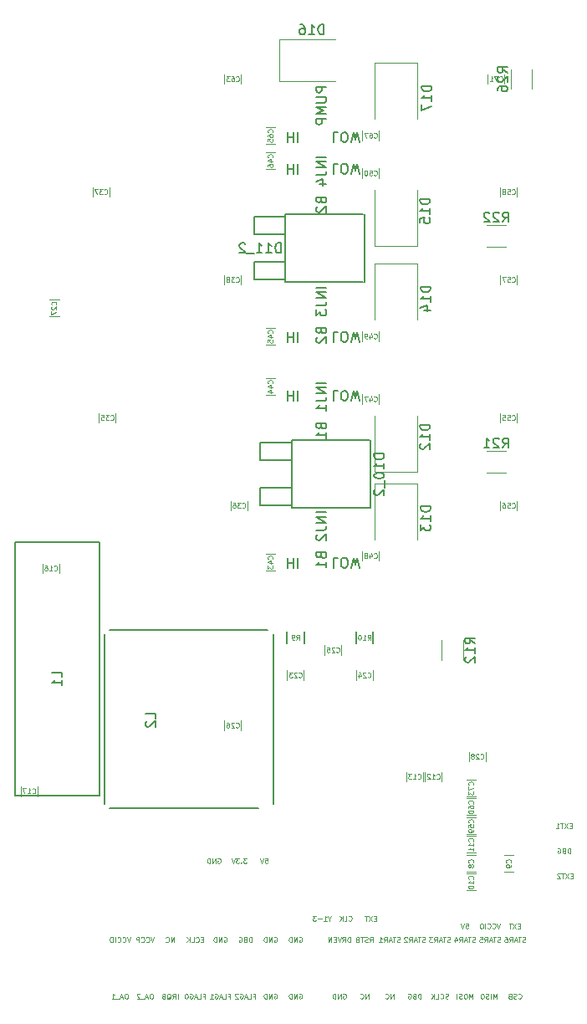
<source format=gbo>
G04 #@! TF.FileFunction,Legend,Bot*
%FSLAX46Y46*%
G04 Gerber Fmt 4.6, Leading zero omitted, Abs format (unit mm)*
G04 Created by KiCad (PCBNEW 4.0.7) date 05/06/19 05:29:45*
%MOMM*%
%LPD*%
G01*
G04 APERTURE LIST*
%ADD10C,0.100000*%
%ADD11C,0.127000*%
%ADD12C,0.101600*%
%ADD13C,0.150000*%
%ADD14C,0.120000*%
G04 APERTURE END LIST*
D10*
D11*
X141048619Y-108216096D02*
X140032619Y-108216096D01*
X141048619Y-108699906D02*
X140032619Y-108699906D01*
X141048619Y-109280477D01*
X140032619Y-109280477D01*
X140032619Y-110054572D02*
X140758333Y-110054572D01*
X140903476Y-110006192D01*
X141000238Y-109909430D01*
X141048619Y-109764287D01*
X141048619Y-109667525D01*
X140129381Y-110490001D02*
X140081000Y-110538382D01*
X140032619Y-110635144D01*
X140032619Y-110877048D01*
X140081000Y-110973810D01*
X140129381Y-111022191D01*
X140226143Y-111070572D01*
X140322905Y-111070572D01*
X140468048Y-111022191D01*
X141048619Y-110441620D01*
X141048619Y-111070572D01*
X140516429Y-112618762D02*
X140564810Y-112763905D01*
X140613190Y-112812286D01*
X140709952Y-112860667D01*
X140855095Y-112860667D01*
X140951857Y-112812286D01*
X141000238Y-112763905D01*
X141048619Y-112667143D01*
X141048619Y-112280096D01*
X140032619Y-112280096D01*
X140032619Y-112618762D01*
X140081000Y-112715524D01*
X140129381Y-112763905D01*
X140226143Y-112812286D01*
X140322905Y-112812286D01*
X140419667Y-112763905D01*
X140468048Y-112715524D01*
X140516429Y-112618762D01*
X140516429Y-112280096D01*
X141048619Y-113828286D02*
X141048619Y-113247715D01*
X141048619Y-113538001D02*
X140032619Y-113538001D01*
X140177762Y-113441239D01*
X140274524Y-113344477D01*
X140322905Y-113247715D01*
X141048619Y-95135096D02*
X140032619Y-95135096D01*
X141048619Y-95618906D02*
X140032619Y-95618906D01*
X141048619Y-96199477D01*
X140032619Y-96199477D01*
X140032619Y-96973572D02*
X140758333Y-96973572D01*
X140903476Y-96925192D01*
X141000238Y-96828430D01*
X141048619Y-96683287D01*
X141048619Y-96586525D01*
X141048619Y-97989572D02*
X141048619Y-97409001D01*
X141048619Y-97699287D02*
X140032619Y-97699287D01*
X140177762Y-97602525D01*
X140274524Y-97505763D01*
X140322905Y-97409001D01*
X140516429Y-99537762D02*
X140564810Y-99682905D01*
X140613190Y-99731286D01*
X140709952Y-99779667D01*
X140855095Y-99779667D01*
X140951857Y-99731286D01*
X141000238Y-99682905D01*
X141048619Y-99586143D01*
X141048619Y-99199096D01*
X140032619Y-99199096D01*
X140032619Y-99537762D01*
X140081000Y-99634524D01*
X140129381Y-99682905D01*
X140226143Y-99731286D01*
X140322905Y-99731286D01*
X140419667Y-99682905D01*
X140468048Y-99634524D01*
X140516429Y-99537762D01*
X140516429Y-99199096D01*
X141048619Y-100747286D02*
X141048619Y-100166715D01*
X141048619Y-100457001D02*
X140032619Y-100457001D01*
X140177762Y-100360239D01*
X140274524Y-100263477D01*
X140322905Y-100166715D01*
X141048619Y-85483096D02*
X140032619Y-85483096D01*
X141048619Y-85966906D02*
X140032619Y-85966906D01*
X141048619Y-86547477D01*
X140032619Y-86547477D01*
X140032619Y-87321572D02*
X140758333Y-87321572D01*
X140903476Y-87273192D01*
X141000238Y-87176430D01*
X141048619Y-87031287D01*
X141048619Y-86934525D01*
X140032619Y-87708620D02*
X140032619Y-88337572D01*
X140419667Y-87998906D01*
X140419667Y-88144048D01*
X140468048Y-88240810D01*
X140516429Y-88289191D01*
X140613190Y-88337572D01*
X140855095Y-88337572D01*
X140951857Y-88289191D01*
X141000238Y-88240810D01*
X141048619Y-88144048D01*
X141048619Y-87853763D01*
X141000238Y-87757001D01*
X140951857Y-87708620D01*
X140516429Y-89885762D02*
X140564810Y-90030905D01*
X140613190Y-90079286D01*
X140709952Y-90127667D01*
X140855095Y-90127667D01*
X140951857Y-90079286D01*
X141000238Y-90030905D01*
X141048619Y-89934143D01*
X141048619Y-89547096D01*
X140032619Y-89547096D01*
X140032619Y-89885762D01*
X140081000Y-89982524D01*
X140129381Y-90030905D01*
X140226143Y-90079286D01*
X140322905Y-90079286D01*
X140419667Y-90030905D01*
X140468048Y-89982524D01*
X140516429Y-89885762D01*
X140516429Y-89547096D01*
X140129381Y-90514715D02*
X140081000Y-90563096D01*
X140032619Y-90659858D01*
X140032619Y-90901762D01*
X140081000Y-90998524D01*
X140129381Y-91046905D01*
X140226143Y-91095286D01*
X140322905Y-91095286D01*
X140468048Y-91046905D01*
X141048619Y-90466334D01*
X141048619Y-91095286D01*
X141048619Y-72275096D02*
X140032619Y-72275096D01*
X141048619Y-72758906D02*
X140032619Y-72758906D01*
X141048619Y-73339477D01*
X140032619Y-73339477D01*
X140032619Y-74113572D02*
X140758333Y-74113572D01*
X140903476Y-74065192D01*
X141000238Y-73968430D01*
X141048619Y-73823287D01*
X141048619Y-73726525D01*
X140371286Y-75032810D02*
X141048619Y-75032810D01*
X139984238Y-74790906D02*
X140709952Y-74549001D01*
X140709952Y-75177953D01*
X140516429Y-76677762D02*
X140564810Y-76822905D01*
X140613190Y-76871286D01*
X140709952Y-76919667D01*
X140855095Y-76919667D01*
X140951857Y-76871286D01*
X141000238Y-76822905D01*
X141048619Y-76726143D01*
X141048619Y-76339096D01*
X140032619Y-76339096D01*
X140032619Y-76677762D01*
X140081000Y-76774524D01*
X140129381Y-76822905D01*
X140226143Y-76871286D01*
X140322905Y-76871286D01*
X140419667Y-76822905D01*
X140468048Y-76774524D01*
X140516429Y-76677762D01*
X140516429Y-76339096D01*
X140129381Y-77306715D02*
X140081000Y-77355096D01*
X140032619Y-77451858D01*
X140032619Y-77693762D01*
X140081000Y-77790524D01*
X140129381Y-77838905D01*
X140226143Y-77887286D01*
X140322905Y-77887286D01*
X140468048Y-77838905D01*
X141048619Y-77258334D01*
X141048619Y-77887286D01*
X141048619Y-65169143D02*
X140032619Y-65169143D01*
X140032619Y-65556190D01*
X140081000Y-65652952D01*
X140129381Y-65701333D01*
X140226143Y-65749714D01*
X140371286Y-65749714D01*
X140468048Y-65701333D01*
X140516429Y-65652952D01*
X140564810Y-65556190D01*
X140564810Y-65169143D01*
X140032619Y-66185143D02*
X140855095Y-66185143D01*
X140951857Y-66233524D01*
X141000238Y-66281905D01*
X141048619Y-66378667D01*
X141048619Y-66572190D01*
X141000238Y-66668952D01*
X140951857Y-66717333D01*
X140855095Y-66765714D01*
X140032619Y-66765714D01*
X141048619Y-67249524D02*
X140032619Y-67249524D01*
X140758333Y-67588190D01*
X140032619Y-67926857D01*
X141048619Y-67926857D01*
X141048619Y-68410667D02*
X140032619Y-68410667D01*
X140032619Y-68797714D01*
X140081000Y-68894476D01*
X140129381Y-68942857D01*
X140226143Y-68991238D01*
X140371286Y-68991238D01*
X140468048Y-68942857D01*
X140516429Y-68894476D01*
X140564810Y-68797714D01*
X140564810Y-68410667D01*
D12*
X165886191Y-139917714D02*
X165716857Y-139917714D01*
X165644286Y-140183810D02*
X165886191Y-140183810D01*
X165886191Y-139675810D01*
X165644286Y-139675810D01*
X165474953Y-139675810D02*
X165136286Y-140183810D01*
X165136286Y-139675810D02*
X165474953Y-140183810D01*
X165015333Y-139675810D02*
X164725047Y-139675810D01*
X164870190Y-140183810D02*
X164870190Y-139675810D01*
X164289618Y-140183810D02*
X164579904Y-140183810D01*
X164434761Y-140183810D02*
X164434761Y-139675810D01*
X164483142Y-139748381D01*
X164531523Y-139796762D01*
X164579904Y-139820952D01*
X165741048Y-142723810D02*
X165741048Y-142215810D01*
X165620095Y-142215810D01*
X165547524Y-142240000D01*
X165499143Y-142288381D01*
X165474952Y-142336762D01*
X165450762Y-142433524D01*
X165450762Y-142506095D01*
X165474952Y-142602857D01*
X165499143Y-142651238D01*
X165547524Y-142699619D01*
X165620095Y-142723810D01*
X165741048Y-142723810D01*
X165063714Y-142457714D02*
X164991143Y-142481905D01*
X164966952Y-142506095D01*
X164942762Y-142554476D01*
X164942762Y-142627048D01*
X164966952Y-142675429D01*
X164991143Y-142699619D01*
X165039524Y-142723810D01*
X165233048Y-142723810D01*
X165233048Y-142215810D01*
X165063714Y-142215810D01*
X165015333Y-142240000D01*
X164991143Y-142264190D01*
X164966952Y-142312571D01*
X164966952Y-142360952D01*
X164991143Y-142409333D01*
X165015333Y-142433524D01*
X165063714Y-142457714D01*
X165233048Y-142457714D01*
X164458952Y-142240000D02*
X164507333Y-142215810D01*
X164579905Y-142215810D01*
X164652476Y-142240000D01*
X164700857Y-142288381D01*
X164725048Y-142336762D01*
X164749238Y-142433524D01*
X164749238Y-142506095D01*
X164725048Y-142602857D01*
X164700857Y-142651238D01*
X164652476Y-142699619D01*
X164579905Y-142723810D01*
X164531524Y-142723810D01*
X164458952Y-142699619D01*
X164434762Y-142675429D01*
X164434762Y-142506095D01*
X164531524Y-142506095D01*
X166013191Y-144997714D02*
X165843857Y-144997714D01*
X165771286Y-145263810D02*
X166013191Y-145263810D01*
X166013191Y-144755810D01*
X165771286Y-144755810D01*
X165601953Y-144755810D02*
X165263286Y-145263810D01*
X165263286Y-144755810D02*
X165601953Y-145263810D01*
X165142333Y-144755810D02*
X164852047Y-144755810D01*
X164997190Y-145263810D02*
X164997190Y-144755810D01*
X164706904Y-144804190D02*
X164682714Y-144780000D01*
X164634333Y-144755810D01*
X164513380Y-144755810D01*
X164464999Y-144780000D01*
X164440809Y-144804190D01*
X164416618Y-144852571D01*
X164416618Y-144900952D01*
X164440809Y-144973524D01*
X164731095Y-145263810D01*
X164416618Y-145263810D01*
X160691286Y-150077714D02*
X160521952Y-150077714D01*
X160449381Y-150343810D02*
X160691286Y-150343810D01*
X160691286Y-149835810D01*
X160449381Y-149835810D01*
X160280048Y-149835810D02*
X159941381Y-150343810D01*
X159941381Y-149835810D02*
X160280048Y-150343810D01*
X159820428Y-149835810D02*
X159530142Y-149835810D01*
X159675285Y-150343810D02*
X159675285Y-149835810D01*
X158671381Y-149835810D02*
X158502048Y-150343810D01*
X158332714Y-149835810D01*
X157873095Y-150295429D02*
X157897285Y-150319619D01*
X157969857Y-150343810D01*
X158018238Y-150343810D01*
X158090809Y-150319619D01*
X158139190Y-150271238D01*
X158163381Y-150222857D01*
X158187571Y-150126095D01*
X158187571Y-150053524D01*
X158163381Y-149956762D01*
X158139190Y-149908381D01*
X158090809Y-149860000D01*
X158018238Y-149835810D01*
X157969857Y-149835810D01*
X157897285Y-149860000D01*
X157873095Y-149884190D01*
X157365095Y-150295429D02*
X157389285Y-150319619D01*
X157461857Y-150343810D01*
X157510238Y-150343810D01*
X157582809Y-150319619D01*
X157631190Y-150271238D01*
X157655381Y-150222857D01*
X157679571Y-150126095D01*
X157679571Y-150053524D01*
X157655381Y-149956762D01*
X157631190Y-149908381D01*
X157582809Y-149860000D01*
X157510238Y-149835810D01*
X157461857Y-149835810D01*
X157389285Y-149860000D01*
X157365095Y-149884190D01*
X157147381Y-150343810D02*
X157147381Y-149835810D01*
X156808714Y-149835810D02*
X156711952Y-149835810D01*
X156663571Y-149860000D01*
X156615190Y-149908381D01*
X156590999Y-150005143D01*
X156590999Y-150174476D01*
X156615190Y-150271238D01*
X156663571Y-150319619D01*
X156711952Y-150343810D01*
X156808714Y-150343810D01*
X156857095Y-150319619D01*
X156905476Y-150271238D01*
X156929666Y-150174476D01*
X156929666Y-150005143D01*
X156905476Y-149908381D01*
X156857095Y-149860000D01*
X156808714Y-149835810D01*
X155163762Y-149835810D02*
X155405667Y-149835810D01*
X155429857Y-150077714D01*
X155405667Y-150053524D01*
X155357286Y-150029333D01*
X155236333Y-150029333D01*
X155187952Y-150053524D01*
X155163762Y-150077714D01*
X155139571Y-150126095D01*
X155139571Y-150247048D01*
X155163762Y-150295429D01*
X155187952Y-150319619D01*
X155236333Y-150343810D01*
X155357286Y-150343810D01*
X155405667Y-150319619D01*
X155429857Y-150295429D01*
X154994428Y-149835810D02*
X154825095Y-150343810D01*
X154655761Y-149835810D01*
X146086286Y-149315714D02*
X145916952Y-149315714D01*
X145844381Y-149581810D02*
X146086286Y-149581810D01*
X146086286Y-149073810D01*
X145844381Y-149073810D01*
X145675048Y-149073810D02*
X145336381Y-149581810D01*
X145336381Y-149073810D02*
X145675048Y-149581810D01*
X145215428Y-149073810D02*
X144925142Y-149073810D01*
X145070285Y-149581810D02*
X145070285Y-149073810D01*
X143304381Y-149533429D02*
X143328571Y-149557619D01*
X143401143Y-149581810D01*
X143449524Y-149581810D01*
X143522095Y-149557619D01*
X143570476Y-149509238D01*
X143594667Y-149460857D01*
X143618857Y-149364095D01*
X143618857Y-149291524D01*
X143594667Y-149194762D01*
X143570476Y-149146381D01*
X143522095Y-149098000D01*
X143449524Y-149073810D01*
X143401143Y-149073810D01*
X143328571Y-149098000D01*
X143304381Y-149122190D01*
X142844762Y-149581810D02*
X143086667Y-149581810D01*
X143086667Y-149073810D01*
X142675429Y-149581810D02*
X142675429Y-149073810D01*
X142385143Y-149581810D02*
X142602857Y-149291524D01*
X142385143Y-149073810D02*
X142675429Y-149364095D01*
X141387286Y-149339905D02*
X141387286Y-149581810D01*
X141556619Y-149073810D02*
X141387286Y-149339905D01*
X141217952Y-149073810D01*
X140782523Y-149581810D02*
X141072809Y-149581810D01*
X140927666Y-149581810D02*
X140927666Y-149073810D01*
X140976047Y-149146381D01*
X141024428Y-149194762D01*
X141072809Y-149218952D01*
X140564809Y-149388286D02*
X140177761Y-149388286D01*
X139984238Y-149073810D02*
X139669761Y-149073810D01*
X139839095Y-149267333D01*
X139766523Y-149267333D01*
X139718142Y-149291524D01*
X139693952Y-149315714D01*
X139669761Y-149364095D01*
X139669761Y-149485048D01*
X139693952Y-149533429D01*
X139718142Y-149557619D01*
X139766523Y-149581810D01*
X139911666Y-149581810D01*
X139960047Y-149557619D01*
X139984238Y-149533429D01*
X134843762Y-143231810D02*
X135085667Y-143231810D01*
X135109857Y-143473714D01*
X135085667Y-143449524D01*
X135037286Y-143425333D01*
X134916333Y-143425333D01*
X134867952Y-143449524D01*
X134843762Y-143473714D01*
X134819571Y-143522095D01*
X134819571Y-143643048D01*
X134843762Y-143691429D01*
X134867952Y-143715619D01*
X134916333Y-143739810D01*
X135037286Y-143739810D01*
X135085667Y-143715619D01*
X135109857Y-143691429D01*
X134674428Y-143231810D02*
X134505095Y-143739810D01*
X134335761Y-143231810D01*
X132956906Y-143231810D02*
X132642429Y-143231810D01*
X132811763Y-143425333D01*
X132739191Y-143425333D01*
X132690810Y-143449524D01*
X132666620Y-143473714D01*
X132642429Y-143522095D01*
X132642429Y-143643048D01*
X132666620Y-143691429D01*
X132690810Y-143715619D01*
X132739191Y-143739810D01*
X132884334Y-143739810D01*
X132932715Y-143715619D01*
X132956906Y-143691429D01*
X132424715Y-143691429D02*
X132400524Y-143715619D01*
X132424715Y-143739810D01*
X132448905Y-143715619D01*
X132424715Y-143691429D01*
X132424715Y-143739810D01*
X132231191Y-143231810D02*
X131916714Y-143231810D01*
X132086048Y-143425333D01*
X132013476Y-143425333D01*
X131965095Y-143449524D01*
X131940905Y-143473714D01*
X131916714Y-143522095D01*
X131916714Y-143643048D01*
X131940905Y-143691429D01*
X131965095Y-143715619D01*
X132013476Y-143739810D01*
X132158619Y-143739810D01*
X132207000Y-143715619D01*
X132231191Y-143691429D01*
X131771571Y-143231810D02*
X131602238Y-143739810D01*
X131432904Y-143231810D01*
X130054047Y-143256000D02*
X130102428Y-143231810D01*
X130175000Y-143231810D01*
X130247571Y-143256000D01*
X130295952Y-143304381D01*
X130320143Y-143352762D01*
X130344333Y-143449524D01*
X130344333Y-143522095D01*
X130320143Y-143618857D01*
X130295952Y-143667238D01*
X130247571Y-143715619D01*
X130175000Y-143739810D01*
X130126619Y-143739810D01*
X130054047Y-143715619D01*
X130029857Y-143691429D01*
X130029857Y-143522095D01*
X130126619Y-143522095D01*
X129812143Y-143739810D02*
X129812143Y-143231810D01*
X129521857Y-143739810D01*
X129521857Y-143231810D01*
X129279953Y-143739810D02*
X129279953Y-143231810D01*
X129159000Y-143231810D01*
X129086429Y-143256000D01*
X129038048Y-143304381D01*
X129013857Y-143352762D01*
X128989667Y-143449524D01*
X128989667Y-143522095D01*
X129013857Y-143618857D01*
X129038048Y-143667238D01*
X129086429Y-143715619D01*
X129159000Y-143739810D01*
X129279953Y-143739810D01*
D11*
X137111620Y-112824381D02*
X137111620Y-113840381D01*
X137111620Y-113356571D02*
X137692191Y-113356571D01*
X137692191Y-112824381D02*
X137692191Y-113840381D01*
X138176001Y-112824381D02*
X138176001Y-113840381D01*
X142240000Y-112824381D02*
X141756191Y-112824381D01*
X141756191Y-113840381D01*
X142772191Y-113840381D02*
X142965714Y-113840381D01*
X143062476Y-113792000D01*
X143159238Y-113695238D01*
X143207619Y-113501714D01*
X143207619Y-113163048D01*
X143159238Y-112969524D01*
X143062476Y-112872762D01*
X142965714Y-112824381D01*
X142772191Y-112824381D01*
X142675429Y-112872762D01*
X142578667Y-112969524D01*
X142530286Y-113163048D01*
X142530286Y-113501714D01*
X142578667Y-113695238D01*
X142675429Y-113792000D01*
X142772191Y-113840381D01*
X143546286Y-113840381D02*
X143788191Y-112824381D01*
X143981714Y-113550095D01*
X144175238Y-112824381D01*
X144417143Y-113840381D01*
X137111620Y-95933381D02*
X137111620Y-96949381D01*
X137111620Y-96465571D02*
X137692191Y-96465571D01*
X137692191Y-95933381D02*
X137692191Y-96949381D01*
X138176001Y-95933381D02*
X138176001Y-96949381D01*
X142240000Y-95933381D02*
X141756191Y-95933381D01*
X141756191Y-96949381D01*
X142772191Y-96949381D02*
X142965714Y-96949381D01*
X143062476Y-96901000D01*
X143159238Y-96804238D01*
X143207619Y-96610714D01*
X143207619Y-96272048D01*
X143159238Y-96078524D01*
X143062476Y-95981762D01*
X142965714Y-95933381D01*
X142772191Y-95933381D01*
X142675429Y-95981762D01*
X142578667Y-96078524D01*
X142530286Y-96272048D01*
X142530286Y-96610714D01*
X142578667Y-96804238D01*
X142675429Y-96901000D01*
X142772191Y-96949381D01*
X143546286Y-96949381D02*
X143788191Y-95933381D01*
X143981714Y-96659095D01*
X144175238Y-95933381D01*
X144417143Y-96949381D01*
X137111620Y-89964381D02*
X137111620Y-90980381D01*
X137111620Y-90496571D02*
X137692191Y-90496571D01*
X137692191Y-89964381D02*
X137692191Y-90980381D01*
X138176001Y-89964381D02*
X138176001Y-90980381D01*
X142240000Y-89964381D02*
X141756191Y-89964381D01*
X141756191Y-90980381D01*
X142772191Y-90980381D02*
X142965714Y-90980381D01*
X143062476Y-90932000D01*
X143159238Y-90835238D01*
X143207619Y-90641714D01*
X143207619Y-90303048D01*
X143159238Y-90109524D01*
X143062476Y-90012762D01*
X142965714Y-89964381D01*
X142772191Y-89964381D01*
X142675429Y-90012762D01*
X142578667Y-90109524D01*
X142530286Y-90303048D01*
X142530286Y-90641714D01*
X142578667Y-90835238D01*
X142675429Y-90932000D01*
X142772191Y-90980381D01*
X143546286Y-90980381D02*
X143788191Y-89964381D01*
X143981714Y-90690095D01*
X144175238Y-89964381D01*
X144417143Y-90980381D01*
X137111620Y-72946381D02*
X137111620Y-73962381D01*
X137111620Y-73478571D02*
X137692191Y-73478571D01*
X137692191Y-72946381D02*
X137692191Y-73962381D01*
X138176001Y-72946381D02*
X138176001Y-73962381D01*
X142240000Y-72946381D02*
X141756191Y-72946381D01*
X141756191Y-73962381D01*
X142772191Y-73962381D02*
X142965714Y-73962381D01*
X143062476Y-73914000D01*
X143159238Y-73817238D01*
X143207619Y-73623714D01*
X143207619Y-73285048D01*
X143159238Y-73091524D01*
X143062476Y-72994762D01*
X142965714Y-72946381D01*
X142772191Y-72946381D01*
X142675429Y-72994762D01*
X142578667Y-73091524D01*
X142530286Y-73285048D01*
X142530286Y-73623714D01*
X142578667Y-73817238D01*
X142675429Y-73914000D01*
X142772191Y-73962381D01*
X143546286Y-73962381D02*
X143788191Y-72946381D01*
X143981714Y-73672095D01*
X144175238Y-72946381D01*
X144417143Y-73962381D01*
X137111620Y-69771381D02*
X137111620Y-70787381D01*
X137111620Y-70303571D02*
X137692191Y-70303571D01*
X137692191Y-69771381D02*
X137692191Y-70787381D01*
X138176001Y-69771381D02*
X138176001Y-70787381D01*
X142240000Y-69771381D02*
X141756191Y-69771381D01*
X141756191Y-70787381D01*
X142772191Y-70787381D02*
X142965714Y-70787381D01*
X143062476Y-70739000D01*
X143159238Y-70642238D01*
X143207619Y-70448714D01*
X143207619Y-70110048D01*
X143159238Y-69916524D01*
X143062476Y-69819762D01*
X142965714Y-69771381D01*
X142772191Y-69771381D01*
X142675429Y-69819762D01*
X142578667Y-69916524D01*
X142530286Y-70110048D01*
X142530286Y-70448714D01*
X142578667Y-70642238D01*
X142675429Y-70739000D01*
X142772191Y-70787381D01*
X143546286Y-70787381D02*
X143788191Y-69771381D01*
X143981714Y-70497095D01*
X144175238Y-69771381D01*
X144417143Y-70787381D01*
D12*
X138309047Y-151257000D02*
X138357428Y-151232810D01*
X138430000Y-151232810D01*
X138502571Y-151257000D01*
X138550952Y-151305381D01*
X138575143Y-151353762D01*
X138599333Y-151450524D01*
X138599333Y-151523095D01*
X138575143Y-151619857D01*
X138550952Y-151668238D01*
X138502571Y-151716619D01*
X138430000Y-151740810D01*
X138381619Y-151740810D01*
X138309047Y-151716619D01*
X138284857Y-151692429D01*
X138284857Y-151523095D01*
X138381619Y-151523095D01*
X138067143Y-151740810D02*
X138067143Y-151232810D01*
X137776857Y-151740810D01*
X137776857Y-151232810D01*
X137534953Y-151740810D02*
X137534953Y-151232810D01*
X137414000Y-151232810D01*
X137341429Y-151257000D01*
X137293048Y-151305381D01*
X137268857Y-151353762D01*
X137244667Y-151450524D01*
X137244667Y-151523095D01*
X137268857Y-151619857D01*
X137293048Y-151668238D01*
X137341429Y-151716619D01*
X137414000Y-151740810D01*
X137534953Y-151740810D01*
X133483048Y-151740810D02*
X133483048Y-151232810D01*
X133362095Y-151232810D01*
X133289524Y-151257000D01*
X133241143Y-151305381D01*
X133216952Y-151353762D01*
X133192762Y-151450524D01*
X133192762Y-151523095D01*
X133216952Y-151619857D01*
X133241143Y-151668238D01*
X133289524Y-151716619D01*
X133362095Y-151740810D01*
X133483048Y-151740810D01*
X132805714Y-151474714D02*
X132733143Y-151498905D01*
X132708952Y-151523095D01*
X132684762Y-151571476D01*
X132684762Y-151644048D01*
X132708952Y-151692429D01*
X132733143Y-151716619D01*
X132781524Y-151740810D01*
X132975048Y-151740810D01*
X132975048Y-151232810D01*
X132805714Y-151232810D01*
X132757333Y-151257000D01*
X132733143Y-151281190D01*
X132708952Y-151329571D01*
X132708952Y-151377952D01*
X132733143Y-151426333D01*
X132757333Y-151450524D01*
X132805714Y-151474714D01*
X132975048Y-151474714D01*
X132200952Y-151257000D02*
X132249333Y-151232810D01*
X132321905Y-151232810D01*
X132394476Y-151257000D01*
X132442857Y-151305381D01*
X132467048Y-151353762D01*
X132491238Y-151450524D01*
X132491238Y-151523095D01*
X132467048Y-151619857D01*
X132442857Y-151668238D01*
X132394476Y-151716619D01*
X132321905Y-151740810D01*
X132273524Y-151740810D01*
X132200952Y-151716619D01*
X132176762Y-151692429D01*
X132176762Y-151523095D01*
X132273524Y-151523095D01*
X120843524Y-156947810D02*
X120746762Y-156947810D01*
X120698381Y-156972000D01*
X120650000Y-157020381D01*
X120625809Y-157117143D01*
X120625809Y-157286476D01*
X120650000Y-157383238D01*
X120698381Y-157431619D01*
X120746762Y-157455810D01*
X120843524Y-157455810D01*
X120891905Y-157431619D01*
X120940286Y-157383238D01*
X120964476Y-157286476D01*
X120964476Y-157117143D01*
X120940286Y-157020381D01*
X120891905Y-156972000D01*
X120843524Y-156947810D01*
X120432286Y-157310667D02*
X120190381Y-157310667D01*
X120480667Y-157455810D02*
X120311334Y-156947810D01*
X120142000Y-157455810D01*
X120093619Y-157504190D02*
X119706571Y-157504190D01*
X119319523Y-157455810D02*
X119609809Y-157455810D01*
X119464666Y-157455810D02*
X119464666Y-156947810D01*
X119513047Y-157020381D01*
X119561428Y-157068762D01*
X119609809Y-157092952D01*
X123383524Y-156947810D02*
X123286762Y-156947810D01*
X123238381Y-156972000D01*
X123190000Y-157020381D01*
X123165809Y-157117143D01*
X123165809Y-157286476D01*
X123190000Y-157383238D01*
X123238381Y-157431619D01*
X123286762Y-157455810D01*
X123383524Y-157455810D01*
X123431905Y-157431619D01*
X123480286Y-157383238D01*
X123504476Y-157286476D01*
X123504476Y-157117143D01*
X123480286Y-157020381D01*
X123431905Y-156972000D01*
X123383524Y-156947810D01*
X122972286Y-157310667D02*
X122730381Y-157310667D01*
X123020667Y-157455810D02*
X122851334Y-156947810D01*
X122682000Y-157455810D01*
X122633619Y-157504190D02*
X122246571Y-157504190D01*
X122149809Y-156996190D02*
X122125619Y-156972000D01*
X122077238Y-156947810D01*
X121956285Y-156947810D01*
X121907904Y-156972000D01*
X121883714Y-156996190D01*
X121859523Y-157044571D01*
X121859523Y-157092952D01*
X121883714Y-157165524D01*
X122174000Y-157455810D01*
X121859523Y-157455810D01*
X125996095Y-157455810D02*
X125996095Y-156947810D01*
X125463904Y-157455810D02*
X125633237Y-157213905D01*
X125754190Y-157455810D02*
X125754190Y-156947810D01*
X125560666Y-156947810D01*
X125512285Y-156972000D01*
X125488094Y-156996190D01*
X125463904Y-157044571D01*
X125463904Y-157117143D01*
X125488094Y-157165524D01*
X125512285Y-157189714D01*
X125560666Y-157213905D01*
X125754190Y-157213905D01*
X124907523Y-157504190D02*
X124955904Y-157480000D01*
X125004285Y-157431619D01*
X125076856Y-157359048D01*
X125125237Y-157334857D01*
X125173618Y-157334857D01*
X125149428Y-157455810D02*
X125197809Y-157431619D01*
X125246190Y-157383238D01*
X125270380Y-157286476D01*
X125270380Y-157117143D01*
X125246190Y-157020381D01*
X125197809Y-156972000D01*
X125149428Y-156947810D01*
X125052666Y-156947810D01*
X125004285Y-156972000D01*
X124955904Y-157020381D01*
X124931713Y-157117143D01*
X124931713Y-157286476D01*
X124955904Y-157383238D01*
X125004285Y-157431619D01*
X125052666Y-157455810D01*
X125149428Y-157455810D01*
X124544666Y-157189714D02*
X124472095Y-157213905D01*
X124447904Y-157238095D01*
X124423714Y-157286476D01*
X124423714Y-157359048D01*
X124447904Y-157407429D01*
X124472095Y-157431619D01*
X124520476Y-157455810D01*
X124714000Y-157455810D01*
X124714000Y-156947810D01*
X124544666Y-156947810D01*
X124496285Y-156972000D01*
X124472095Y-156996190D01*
X124447904Y-157044571D01*
X124447904Y-157092952D01*
X124472095Y-157141333D01*
X124496285Y-157165524D01*
X124544666Y-157189714D01*
X124714000Y-157189714D01*
X128608667Y-157189714D02*
X128778001Y-157189714D01*
X128778001Y-157455810D02*
X128778001Y-156947810D01*
X128536096Y-156947810D01*
X128100667Y-157455810D02*
X128342572Y-157455810D01*
X128342572Y-156947810D01*
X127955524Y-157310667D02*
X127713619Y-157310667D01*
X128003905Y-157455810D02*
X127834572Y-156947810D01*
X127665238Y-157455810D01*
X127229809Y-156972000D02*
X127278190Y-156947810D01*
X127350762Y-156947810D01*
X127423333Y-156972000D01*
X127471714Y-157020381D01*
X127495905Y-157068762D01*
X127520095Y-157165524D01*
X127520095Y-157238095D01*
X127495905Y-157334857D01*
X127471714Y-157383238D01*
X127423333Y-157431619D01*
X127350762Y-157455810D01*
X127302381Y-157455810D01*
X127229809Y-157431619D01*
X127205619Y-157407429D01*
X127205619Y-157238095D01*
X127302381Y-157238095D01*
X126891143Y-156947810D02*
X126842762Y-156947810D01*
X126794381Y-156972000D01*
X126770190Y-156996190D01*
X126746000Y-157044571D01*
X126721809Y-157141333D01*
X126721809Y-157262286D01*
X126746000Y-157359048D01*
X126770190Y-157407429D01*
X126794381Y-157431619D01*
X126842762Y-157455810D01*
X126891143Y-157455810D01*
X126939524Y-157431619D01*
X126963714Y-157407429D01*
X126987905Y-157359048D01*
X127012095Y-157262286D01*
X127012095Y-157141333D01*
X126987905Y-157044571D01*
X126963714Y-156996190D01*
X126939524Y-156972000D01*
X126891143Y-156947810D01*
X131148667Y-157189714D02*
X131318001Y-157189714D01*
X131318001Y-157455810D02*
X131318001Y-156947810D01*
X131076096Y-156947810D01*
X130640667Y-157455810D02*
X130882572Y-157455810D01*
X130882572Y-156947810D01*
X130495524Y-157310667D02*
X130253619Y-157310667D01*
X130543905Y-157455810D02*
X130374572Y-156947810D01*
X130205238Y-157455810D01*
X129769809Y-156972000D02*
X129818190Y-156947810D01*
X129890762Y-156947810D01*
X129963333Y-156972000D01*
X130011714Y-157020381D01*
X130035905Y-157068762D01*
X130060095Y-157165524D01*
X130060095Y-157238095D01*
X130035905Y-157334857D01*
X130011714Y-157383238D01*
X129963333Y-157431619D01*
X129890762Y-157455810D01*
X129842381Y-157455810D01*
X129769809Y-157431619D01*
X129745619Y-157407429D01*
X129745619Y-157238095D01*
X129842381Y-157238095D01*
X129261809Y-157455810D02*
X129552095Y-157455810D01*
X129406952Y-157455810D02*
X129406952Y-156947810D01*
X129455333Y-157020381D01*
X129503714Y-157068762D01*
X129552095Y-157092952D01*
X133688667Y-157189714D02*
X133858001Y-157189714D01*
X133858001Y-157455810D02*
X133858001Y-156947810D01*
X133616096Y-156947810D01*
X133180667Y-157455810D02*
X133422572Y-157455810D01*
X133422572Y-156947810D01*
X133035524Y-157310667D02*
X132793619Y-157310667D01*
X133083905Y-157455810D02*
X132914572Y-156947810D01*
X132745238Y-157455810D01*
X132309809Y-156972000D02*
X132358190Y-156947810D01*
X132430762Y-156947810D01*
X132503333Y-156972000D01*
X132551714Y-157020381D01*
X132575905Y-157068762D01*
X132600095Y-157165524D01*
X132600095Y-157238095D01*
X132575905Y-157334857D01*
X132551714Y-157383238D01*
X132503333Y-157431619D01*
X132430762Y-157455810D01*
X132382381Y-157455810D01*
X132309809Y-157431619D01*
X132285619Y-157407429D01*
X132285619Y-157238095D01*
X132382381Y-157238095D01*
X132092095Y-156996190D02*
X132067905Y-156972000D01*
X132019524Y-156947810D01*
X131898571Y-156947810D01*
X131850190Y-156972000D01*
X131826000Y-156996190D01*
X131801809Y-157044571D01*
X131801809Y-157092952D01*
X131826000Y-157165524D01*
X132116286Y-157455810D01*
X131801809Y-157455810D01*
X135769047Y-156972000D02*
X135817428Y-156947810D01*
X135890000Y-156947810D01*
X135962571Y-156972000D01*
X136010952Y-157020381D01*
X136035143Y-157068762D01*
X136059333Y-157165524D01*
X136059333Y-157238095D01*
X136035143Y-157334857D01*
X136010952Y-157383238D01*
X135962571Y-157431619D01*
X135890000Y-157455810D01*
X135841619Y-157455810D01*
X135769047Y-157431619D01*
X135744857Y-157407429D01*
X135744857Y-157238095D01*
X135841619Y-157238095D01*
X135527143Y-157455810D02*
X135527143Y-156947810D01*
X135236857Y-157455810D01*
X135236857Y-156947810D01*
X134994953Y-157455810D02*
X134994953Y-156947810D01*
X134874000Y-156947810D01*
X134801429Y-156972000D01*
X134753048Y-157020381D01*
X134728857Y-157068762D01*
X134704667Y-157165524D01*
X134704667Y-157238095D01*
X134728857Y-157334857D01*
X134753048Y-157383238D01*
X134801429Y-157431619D01*
X134874000Y-157455810D01*
X134994953Y-157455810D01*
X138309047Y-156972000D02*
X138357428Y-156947810D01*
X138430000Y-156947810D01*
X138502571Y-156972000D01*
X138550952Y-157020381D01*
X138575143Y-157068762D01*
X138599333Y-157165524D01*
X138599333Y-157238095D01*
X138575143Y-157334857D01*
X138550952Y-157383238D01*
X138502571Y-157431619D01*
X138430000Y-157455810D01*
X138381619Y-157455810D01*
X138309047Y-157431619D01*
X138284857Y-157407429D01*
X138284857Y-157238095D01*
X138381619Y-157238095D01*
X138067143Y-157455810D02*
X138067143Y-156947810D01*
X137776857Y-157455810D01*
X137776857Y-156947810D01*
X137534953Y-157455810D02*
X137534953Y-156947810D01*
X137414000Y-156947810D01*
X137341429Y-156972000D01*
X137293048Y-157020381D01*
X137268857Y-157068762D01*
X137244667Y-157165524D01*
X137244667Y-157238095D01*
X137268857Y-157334857D01*
X137293048Y-157383238D01*
X137341429Y-157431619D01*
X137414000Y-157455810D01*
X137534953Y-157455810D01*
X135769047Y-151257000D02*
X135817428Y-151232810D01*
X135890000Y-151232810D01*
X135962571Y-151257000D01*
X136010952Y-151305381D01*
X136035143Y-151353762D01*
X136059333Y-151450524D01*
X136059333Y-151523095D01*
X136035143Y-151619857D01*
X136010952Y-151668238D01*
X135962571Y-151716619D01*
X135890000Y-151740810D01*
X135841619Y-151740810D01*
X135769047Y-151716619D01*
X135744857Y-151692429D01*
X135744857Y-151523095D01*
X135841619Y-151523095D01*
X135527143Y-151740810D02*
X135527143Y-151232810D01*
X135236857Y-151740810D01*
X135236857Y-151232810D01*
X134994953Y-151740810D02*
X134994953Y-151232810D01*
X134874000Y-151232810D01*
X134801429Y-151257000D01*
X134753048Y-151305381D01*
X134728857Y-151353762D01*
X134704667Y-151450524D01*
X134704667Y-151523095D01*
X134728857Y-151619857D01*
X134753048Y-151668238D01*
X134801429Y-151716619D01*
X134874000Y-151740810D01*
X134994953Y-151740810D01*
X130689047Y-151257000D02*
X130737428Y-151232810D01*
X130810000Y-151232810D01*
X130882571Y-151257000D01*
X130930952Y-151305381D01*
X130955143Y-151353762D01*
X130979333Y-151450524D01*
X130979333Y-151523095D01*
X130955143Y-151619857D01*
X130930952Y-151668238D01*
X130882571Y-151716619D01*
X130810000Y-151740810D01*
X130761619Y-151740810D01*
X130689047Y-151716619D01*
X130664857Y-151692429D01*
X130664857Y-151523095D01*
X130761619Y-151523095D01*
X130447143Y-151740810D02*
X130447143Y-151232810D01*
X130156857Y-151740810D01*
X130156857Y-151232810D01*
X129914953Y-151740810D02*
X129914953Y-151232810D01*
X129794000Y-151232810D01*
X129721429Y-151257000D01*
X129673048Y-151305381D01*
X129648857Y-151353762D01*
X129624667Y-151450524D01*
X129624667Y-151523095D01*
X129648857Y-151619857D01*
X129673048Y-151668238D01*
X129721429Y-151716619D01*
X129794000Y-151740810D01*
X129914953Y-151740810D01*
X128584476Y-151474714D02*
X128415142Y-151474714D01*
X128342571Y-151740810D02*
X128584476Y-151740810D01*
X128584476Y-151232810D01*
X128342571Y-151232810D01*
X127834571Y-151692429D02*
X127858761Y-151716619D01*
X127931333Y-151740810D01*
X127979714Y-151740810D01*
X128052285Y-151716619D01*
X128100666Y-151668238D01*
X128124857Y-151619857D01*
X128149047Y-151523095D01*
X128149047Y-151450524D01*
X128124857Y-151353762D01*
X128100666Y-151305381D01*
X128052285Y-151257000D01*
X127979714Y-151232810D01*
X127931333Y-151232810D01*
X127858761Y-151257000D01*
X127834571Y-151281190D01*
X127374952Y-151740810D02*
X127616857Y-151740810D01*
X127616857Y-151232810D01*
X127205619Y-151740810D02*
X127205619Y-151232810D01*
X126915333Y-151740810D02*
X127133047Y-151450524D01*
X126915333Y-151232810D02*
X127205619Y-151523095D01*
X125621143Y-151740810D02*
X125621143Y-151232810D01*
X125330857Y-151740810D01*
X125330857Y-151232810D01*
X124798667Y-151692429D02*
X124822857Y-151716619D01*
X124895429Y-151740810D01*
X124943810Y-151740810D01*
X125016381Y-151716619D01*
X125064762Y-151668238D01*
X125088953Y-151619857D01*
X125113143Y-151523095D01*
X125113143Y-151450524D01*
X125088953Y-151353762D01*
X125064762Y-151305381D01*
X125016381Y-151257000D01*
X124943810Y-151232810D01*
X124895429Y-151232810D01*
X124822857Y-151257000D01*
X124798667Y-151281190D01*
X123613333Y-151232810D02*
X123444000Y-151740810D01*
X123274666Y-151232810D01*
X122815047Y-151692429D02*
X122839237Y-151716619D01*
X122911809Y-151740810D01*
X122960190Y-151740810D01*
X123032761Y-151716619D01*
X123081142Y-151668238D01*
X123105333Y-151619857D01*
X123129523Y-151523095D01*
X123129523Y-151450524D01*
X123105333Y-151353762D01*
X123081142Y-151305381D01*
X123032761Y-151257000D01*
X122960190Y-151232810D01*
X122911809Y-151232810D01*
X122839237Y-151257000D01*
X122815047Y-151281190D01*
X122307047Y-151692429D02*
X122331237Y-151716619D01*
X122403809Y-151740810D01*
X122452190Y-151740810D01*
X122524761Y-151716619D01*
X122573142Y-151668238D01*
X122597333Y-151619857D01*
X122621523Y-151523095D01*
X122621523Y-151450524D01*
X122597333Y-151353762D01*
X122573142Y-151305381D01*
X122524761Y-151257000D01*
X122452190Y-151232810D01*
X122403809Y-151232810D01*
X122331237Y-151257000D01*
X122307047Y-151281190D01*
X122089333Y-151740810D02*
X122089333Y-151232810D01*
X121895809Y-151232810D01*
X121847428Y-151257000D01*
X121823237Y-151281190D01*
X121799047Y-151329571D01*
X121799047Y-151402143D01*
X121823237Y-151450524D01*
X121847428Y-151474714D01*
X121895809Y-151498905D01*
X122089333Y-151498905D01*
X121206381Y-151232810D02*
X121037048Y-151740810D01*
X120867714Y-151232810D01*
X120408095Y-151692429D02*
X120432285Y-151716619D01*
X120504857Y-151740810D01*
X120553238Y-151740810D01*
X120625809Y-151716619D01*
X120674190Y-151668238D01*
X120698381Y-151619857D01*
X120722571Y-151523095D01*
X120722571Y-151450524D01*
X120698381Y-151353762D01*
X120674190Y-151305381D01*
X120625809Y-151257000D01*
X120553238Y-151232810D01*
X120504857Y-151232810D01*
X120432285Y-151257000D01*
X120408095Y-151281190D01*
X119900095Y-151692429D02*
X119924285Y-151716619D01*
X119996857Y-151740810D01*
X120045238Y-151740810D01*
X120117809Y-151716619D01*
X120166190Y-151668238D01*
X120190381Y-151619857D01*
X120214571Y-151523095D01*
X120214571Y-151450524D01*
X120190381Y-151353762D01*
X120166190Y-151305381D01*
X120117809Y-151257000D01*
X120045238Y-151232810D01*
X119996857Y-151232810D01*
X119924285Y-151257000D01*
X119900095Y-151281190D01*
X119682381Y-151740810D02*
X119682381Y-151232810D01*
X119343714Y-151232810D02*
X119246952Y-151232810D01*
X119198571Y-151257000D01*
X119150190Y-151305381D01*
X119125999Y-151402143D01*
X119125999Y-151571476D01*
X119150190Y-151668238D01*
X119198571Y-151716619D01*
X119246952Y-151740810D01*
X119343714Y-151740810D01*
X119392095Y-151716619D01*
X119440476Y-151668238D01*
X119464666Y-151571476D01*
X119464666Y-151402143D01*
X119440476Y-151305381D01*
X119392095Y-151257000D01*
X119343714Y-151232810D01*
X161199286Y-151716619D02*
X161126715Y-151740810D01*
X161005762Y-151740810D01*
X160957381Y-151716619D01*
X160933191Y-151692429D01*
X160909000Y-151644048D01*
X160909000Y-151595667D01*
X160933191Y-151547286D01*
X160957381Y-151523095D01*
X161005762Y-151498905D01*
X161102524Y-151474714D01*
X161150905Y-151450524D01*
X161175096Y-151426333D01*
X161199286Y-151377952D01*
X161199286Y-151329571D01*
X161175096Y-151281190D01*
X161150905Y-151257000D01*
X161102524Y-151232810D01*
X160981572Y-151232810D01*
X160909000Y-151257000D01*
X160763857Y-151232810D02*
X160473571Y-151232810D01*
X160618714Y-151740810D02*
X160618714Y-151232810D01*
X160328428Y-151595667D02*
X160086523Y-151595667D01*
X160376809Y-151740810D02*
X160207476Y-151232810D01*
X160038142Y-151740810D01*
X159578523Y-151740810D02*
X159747856Y-151498905D01*
X159868809Y-151740810D02*
X159868809Y-151232810D01*
X159675285Y-151232810D01*
X159626904Y-151257000D01*
X159602713Y-151281190D01*
X159578523Y-151329571D01*
X159578523Y-151402143D01*
X159602713Y-151450524D01*
X159626904Y-151474714D01*
X159675285Y-151498905D01*
X159868809Y-151498905D01*
X159143094Y-151232810D02*
X159239856Y-151232810D01*
X159288237Y-151257000D01*
X159312428Y-151281190D01*
X159360809Y-151353762D01*
X159384999Y-151450524D01*
X159384999Y-151644048D01*
X159360809Y-151692429D01*
X159336618Y-151716619D01*
X159288237Y-151740810D01*
X159191475Y-151740810D01*
X159143094Y-151716619D01*
X159118904Y-151692429D01*
X159094713Y-151644048D01*
X159094713Y-151523095D01*
X159118904Y-151474714D01*
X159143094Y-151450524D01*
X159191475Y-151426333D01*
X159288237Y-151426333D01*
X159336618Y-151450524D01*
X159360809Y-151474714D01*
X159384999Y-151523095D01*
X158659286Y-151716619D02*
X158586715Y-151740810D01*
X158465762Y-151740810D01*
X158417381Y-151716619D01*
X158393191Y-151692429D01*
X158369000Y-151644048D01*
X158369000Y-151595667D01*
X158393191Y-151547286D01*
X158417381Y-151523095D01*
X158465762Y-151498905D01*
X158562524Y-151474714D01*
X158610905Y-151450524D01*
X158635096Y-151426333D01*
X158659286Y-151377952D01*
X158659286Y-151329571D01*
X158635096Y-151281190D01*
X158610905Y-151257000D01*
X158562524Y-151232810D01*
X158441572Y-151232810D01*
X158369000Y-151257000D01*
X158223857Y-151232810D02*
X157933571Y-151232810D01*
X158078714Y-151740810D02*
X158078714Y-151232810D01*
X157788428Y-151595667D02*
X157546523Y-151595667D01*
X157836809Y-151740810D02*
X157667476Y-151232810D01*
X157498142Y-151740810D01*
X157038523Y-151740810D02*
X157207856Y-151498905D01*
X157328809Y-151740810D02*
X157328809Y-151232810D01*
X157135285Y-151232810D01*
X157086904Y-151257000D01*
X157062713Y-151281190D01*
X157038523Y-151329571D01*
X157038523Y-151402143D01*
X157062713Y-151450524D01*
X157086904Y-151474714D01*
X157135285Y-151498905D01*
X157328809Y-151498905D01*
X156578904Y-151232810D02*
X156820809Y-151232810D01*
X156844999Y-151474714D01*
X156820809Y-151450524D01*
X156772428Y-151426333D01*
X156651475Y-151426333D01*
X156603094Y-151450524D01*
X156578904Y-151474714D01*
X156554713Y-151523095D01*
X156554713Y-151644048D01*
X156578904Y-151692429D01*
X156603094Y-151716619D01*
X156651475Y-151740810D01*
X156772428Y-151740810D01*
X156820809Y-151716619D01*
X156844999Y-151692429D01*
X156119286Y-151716619D02*
X156046715Y-151740810D01*
X155925762Y-151740810D01*
X155877381Y-151716619D01*
X155853191Y-151692429D01*
X155829000Y-151644048D01*
X155829000Y-151595667D01*
X155853191Y-151547286D01*
X155877381Y-151523095D01*
X155925762Y-151498905D01*
X156022524Y-151474714D01*
X156070905Y-151450524D01*
X156095096Y-151426333D01*
X156119286Y-151377952D01*
X156119286Y-151329571D01*
X156095096Y-151281190D01*
X156070905Y-151257000D01*
X156022524Y-151232810D01*
X155901572Y-151232810D01*
X155829000Y-151257000D01*
X155683857Y-151232810D02*
X155393571Y-151232810D01*
X155538714Y-151740810D02*
X155538714Y-151232810D01*
X155248428Y-151595667D02*
X155006523Y-151595667D01*
X155296809Y-151740810D02*
X155127476Y-151232810D01*
X154958142Y-151740810D01*
X154498523Y-151740810D02*
X154667856Y-151498905D01*
X154788809Y-151740810D02*
X154788809Y-151232810D01*
X154595285Y-151232810D01*
X154546904Y-151257000D01*
X154522713Y-151281190D01*
X154498523Y-151329571D01*
X154498523Y-151402143D01*
X154522713Y-151450524D01*
X154546904Y-151474714D01*
X154595285Y-151498905D01*
X154788809Y-151498905D01*
X154063094Y-151402143D02*
X154063094Y-151740810D01*
X154184047Y-151208619D02*
X154304999Y-151571476D01*
X153990523Y-151571476D01*
X153579286Y-151716619D02*
X153506715Y-151740810D01*
X153385762Y-151740810D01*
X153337381Y-151716619D01*
X153313191Y-151692429D01*
X153289000Y-151644048D01*
X153289000Y-151595667D01*
X153313191Y-151547286D01*
X153337381Y-151523095D01*
X153385762Y-151498905D01*
X153482524Y-151474714D01*
X153530905Y-151450524D01*
X153555096Y-151426333D01*
X153579286Y-151377952D01*
X153579286Y-151329571D01*
X153555096Y-151281190D01*
X153530905Y-151257000D01*
X153482524Y-151232810D01*
X153361572Y-151232810D01*
X153289000Y-151257000D01*
X153143857Y-151232810D02*
X152853571Y-151232810D01*
X152998714Y-151740810D02*
X152998714Y-151232810D01*
X152708428Y-151595667D02*
X152466523Y-151595667D01*
X152756809Y-151740810D02*
X152587476Y-151232810D01*
X152418142Y-151740810D01*
X151958523Y-151740810D02*
X152127856Y-151498905D01*
X152248809Y-151740810D02*
X152248809Y-151232810D01*
X152055285Y-151232810D01*
X152006904Y-151257000D01*
X151982713Y-151281190D01*
X151958523Y-151329571D01*
X151958523Y-151402143D01*
X151982713Y-151450524D01*
X152006904Y-151474714D01*
X152055285Y-151498905D01*
X152248809Y-151498905D01*
X151789190Y-151232810D02*
X151474713Y-151232810D01*
X151644047Y-151426333D01*
X151571475Y-151426333D01*
X151523094Y-151450524D01*
X151498904Y-151474714D01*
X151474713Y-151523095D01*
X151474713Y-151644048D01*
X151498904Y-151692429D01*
X151523094Y-151716619D01*
X151571475Y-151740810D01*
X151716618Y-151740810D01*
X151764999Y-151716619D01*
X151789190Y-151692429D01*
X151039286Y-151716619D02*
X150966715Y-151740810D01*
X150845762Y-151740810D01*
X150797381Y-151716619D01*
X150773191Y-151692429D01*
X150749000Y-151644048D01*
X150749000Y-151595667D01*
X150773191Y-151547286D01*
X150797381Y-151523095D01*
X150845762Y-151498905D01*
X150942524Y-151474714D01*
X150990905Y-151450524D01*
X151015096Y-151426333D01*
X151039286Y-151377952D01*
X151039286Y-151329571D01*
X151015096Y-151281190D01*
X150990905Y-151257000D01*
X150942524Y-151232810D01*
X150821572Y-151232810D01*
X150749000Y-151257000D01*
X150603857Y-151232810D02*
X150313571Y-151232810D01*
X150458714Y-151740810D02*
X150458714Y-151232810D01*
X150168428Y-151595667D02*
X149926523Y-151595667D01*
X150216809Y-151740810D02*
X150047476Y-151232810D01*
X149878142Y-151740810D01*
X149418523Y-151740810D02*
X149587856Y-151498905D01*
X149708809Y-151740810D02*
X149708809Y-151232810D01*
X149515285Y-151232810D01*
X149466904Y-151257000D01*
X149442713Y-151281190D01*
X149418523Y-151329571D01*
X149418523Y-151402143D01*
X149442713Y-151450524D01*
X149466904Y-151474714D01*
X149515285Y-151498905D01*
X149708809Y-151498905D01*
X149224999Y-151281190D02*
X149200809Y-151257000D01*
X149152428Y-151232810D01*
X149031475Y-151232810D01*
X148983094Y-151257000D01*
X148958904Y-151281190D01*
X148934713Y-151329571D01*
X148934713Y-151377952D01*
X148958904Y-151450524D01*
X149249190Y-151740810D01*
X148934713Y-151740810D01*
X148499286Y-151716619D02*
X148426715Y-151740810D01*
X148305762Y-151740810D01*
X148257381Y-151716619D01*
X148233191Y-151692429D01*
X148209000Y-151644048D01*
X148209000Y-151595667D01*
X148233191Y-151547286D01*
X148257381Y-151523095D01*
X148305762Y-151498905D01*
X148402524Y-151474714D01*
X148450905Y-151450524D01*
X148475096Y-151426333D01*
X148499286Y-151377952D01*
X148499286Y-151329571D01*
X148475096Y-151281190D01*
X148450905Y-151257000D01*
X148402524Y-151232810D01*
X148281572Y-151232810D01*
X148209000Y-151257000D01*
X148063857Y-151232810D02*
X147773571Y-151232810D01*
X147918714Y-151740810D02*
X147918714Y-151232810D01*
X147628428Y-151595667D02*
X147386523Y-151595667D01*
X147676809Y-151740810D02*
X147507476Y-151232810D01*
X147338142Y-151740810D01*
X146878523Y-151740810D02*
X147047856Y-151498905D01*
X147168809Y-151740810D02*
X147168809Y-151232810D01*
X146975285Y-151232810D01*
X146926904Y-151257000D01*
X146902713Y-151281190D01*
X146878523Y-151329571D01*
X146878523Y-151402143D01*
X146902713Y-151450524D01*
X146926904Y-151474714D01*
X146975285Y-151498905D01*
X147168809Y-151498905D01*
X146394713Y-151740810D02*
X146684999Y-151740810D01*
X146539856Y-151740810D02*
X146539856Y-151232810D01*
X146588237Y-151305381D01*
X146636618Y-151353762D01*
X146684999Y-151377952D01*
X145439191Y-151740810D02*
X145608524Y-151498905D01*
X145729477Y-151740810D02*
X145729477Y-151232810D01*
X145535953Y-151232810D01*
X145487572Y-151257000D01*
X145463381Y-151281190D01*
X145439191Y-151329571D01*
X145439191Y-151402143D01*
X145463381Y-151450524D01*
X145487572Y-151474714D01*
X145535953Y-151498905D01*
X145729477Y-151498905D01*
X145245667Y-151716619D02*
X145173096Y-151740810D01*
X145052143Y-151740810D01*
X145003762Y-151716619D01*
X144979572Y-151692429D01*
X144955381Y-151644048D01*
X144955381Y-151595667D01*
X144979572Y-151547286D01*
X145003762Y-151523095D01*
X145052143Y-151498905D01*
X145148905Y-151474714D01*
X145197286Y-151450524D01*
X145221477Y-151426333D01*
X145245667Y-151377952D01*
X145245667Y-151329571D01*
X145221477Y-151281190D01*
X145197286Y-151257000D01*
X145148905Y-151232810D01*
X145027953Y-151232810D01*
X144955381Y-151257000D01*
X144810238Y-151232810D02*
X144519952Y-151232810D01*
X144665095Y-151740810D02*
X144665095Y-151232810D01*
X144181285Y-151474714D02*
X144108714Y-151498905D01*
X144084523Y-151523095D01*
X144060333Y-151571476D01*
X144060333Y-151644048D01*
X144084523Y-151692429D01*
X144108714Y-151716619D01*
X144157095Y-151740810D01*
X144350619Y-151740810D01*
X144350619Y-151232810D01*
X144181285Y-151232810D01*
X144132904Y-151257000D01*
X144108714Y-151281190D01*
X144084523Y-151329571D01*
X144084523Y-151377952D01*
X144108714Y-151426333D01*
X144132904Y-151450524D01*
X144181285Y-151474714D01*
X144350619Y-151474714D01*
X143467667Y-151740810D02*
X143467667Y-151232810D01*
X143346714Y-151232810D01*
X143274143Y-151257000D01*
X143225762Y-151305381D01*
X143201571Y-151353762D01*
X143177381Y-151450524D01*
X143177381Y-151523095D01*
X143201571Y-151619857D01*
X143225762Y-151668238D01*
X143274143Y-151716619D01*
X143346714Y-151740810D01*
X143467667Y-151740810D01*
X142669381Y-151740810D02*
X142838714Y-151498905D01*
X142959667Y-151740810D02*
X142959667Y-151232810D01*
X142766143Y-151232810D01*
X142717762Y-151257000D01*
X142693571Y-151281190D01*
X142669381Y-151329571D01*
X142669381Y-151402143D01*
X142693571Y-151450524D01*
X142717762Y-151474714D01*
X142766143Y-151498905D01*
X142959667Y-151498905D01*
X142524238Y-151232810D02*
X142354905Y-151740810D01*
X142185571Y-151232810D01*
X142016238Y-151474714D02*
X141846904Y-151474714D01*
X141774333Y-151740810D02*
X142016238Y-151740810D01*
X142016238Y-151232810D01*
X141774333Y-151232810D01*
X141556619Y-151740810D02*
X141556619Y-151232810D01*
X141266333Y-151740810D01*
X141266333Y-151232810D01*
X142754047Y-156972000D02*
X142802428Y-156947810D01*
X142875000Y-156947810D01*
X142947571Y-156972000D01*
X142995952Y-157020381D01*
X143020143Y-157068762D01*
X143044333Y-157165524D01*
X143044333Y-157238095D01*
X143020143Y-157334857D01*
X142995952Y-157383238D01*
X142947571Y-157431619D01*
X142875000Y-157455810D01*
X142826619Y-157455810D01*
X142754047Y-157431619D01*
X142729857Y-157407429D01*
X142729857Y-157238095D01*
X142826619Y-157238095D01*
X142512143Y-157455810D02*
X142512143Y-156947810D01*
X142221857Y-157455810D01*
X142221857Y-156947810D01*
X141979953Y-157455810D02*
X141979953Y-156947810D01*
X141859000Y-156947810D01*
X141786429Y-156972000D01*
X141738048Y-157020381D01*
X141713857Y-157068762D01*
X141689667Y-157165524D01*
X141689667Y-157238095D01*
X141713857Y-157334857D01*
X141738048Y-157383238D01*
X141786429Y-157431619D01*
X141859000Y-157455810D01*
X141979953Y-157455810D01*
X145306143Y-157455810D02*
X145306143Y-156947810D01*
X145015857Y-157455810D01*
X145015857Y-156947810D01*
X144483667Y-157407429D02*
X144507857Y-157431619D01*
X144580429Y-157455810D01*
X144628810Y-157455810D01*
X144701381Y-157431619D01*
X144749762Y-157383238D01*
X144773953Y-157334857D01*
X144798143Y-157238095D01*
X144798143Y-157165524D01*
X144773953Y-157068762D01*
X144749762Y-157020381D01*
X144701381Y-156972000D01*
X144628810Y-156947810D01*
X144580429Y-156947810D01*
X144507857Y-156972000D01*
X144483667Y-156996190D01*
X147846143Y-157455810D02*
X147846143Y-156947810D01*
X147555857Y-157455810D01*
X147555857Y-156947810D01*
X147023667Y-157407429D02*
X147047857Y-157431619D01*
X147120429Y-157455810D01*
X147168810Y-157455810D01*
X147241381Y-157431619D01*
X147289762Y-157383238D01*
X147313953Y-157334857D01*
X147338143Y-157238095D01*
X147338143Y-157165524D01*
X147313953Y-157068762D01*
X147289762Y-157020381D01*
X147241381Y-156972000D01*
X147168810Y-156947810D01*
X147120429Y-156947810D01*
X147047857Y-156972000D01*
X147023667Y-156996190D01*
X150628048Y-157455810D02*
X150628048Y-156947810D01*
X150507095Y-156947810D01*
X150434524Y-156972000D01*
X150386143Y-157020381D01*
X150361952Y-157068762D01*
X150337762Y-157165524D01*
X150337762Y-157238095D01*
X150361952Y-157334857D01*
X150386143Y-157383238D01*
X150434524Y-157431619D01*
X150507095Y-157455810D01*
X150628048Y-157455810D01*
X149950714Y-157189714D02*
X149878143Y-157213905D01*
X149853952Y-157238095D01*
X149829762Y-157286476D01*
X149829762Y-157359048D01*
X149853952Y-157407429D01*
X149878143Y-157431619D01*
X149926524Y-157455810D01*
X150120048Y-157455810D01*
X150120048Y-156947810D01*
X149950714Y-156947810D01*
X149902333Y-156972000D01*
X149878143Y-156996190D01*
X149853952Y-157044571D01*
X149853952Y-157092952D01*
X149878143Y-157141333D01*
X149902333Y-157165524D01*
X149950714Y-157189714D01*
X150120048Y-157189714D01*
X149345952Y-156972000D02*
X149394333Y-156947810D01*
X149466905Y-156947810D01*
X149539476Y-156972000D01*
X149587857Y-157020381D01*
X149612048Y-157068762D01*
X149636238Y-157165524D01*
X149636238Y-157238095D01*
X149612048Y-157334857D01*
X149587857Y-157383238D01*
X149539476Y-157431619D01*
X149466905Y-157455810D01*
X149418524Y-157455810D01*
X149345952Y-157431619D01*
X149321762Y-157407429D01*
X149321762Y-157238095D01*
X149418524Y-157238095D01*
X153385762Y-157431619D02*
X153313191Y-157455810D01*
X153192238Y-157455810D01*
X153143857Y-157431619D01*
X153119667Y-157407429D01*
X153095476Y-157359048D01*
X153095476Y-157310667D01*
X153119667Y-157262286D01*
X153143857Y-157238095D01*
X153192238Y-157213905D01*
X153289000Y-157189714D01*
X153337381Y-157165524D01*
X153361572Y-157141333D01*
X153385762Y-157092952D01*
X153385762Y-157044571D01*
X153361572Y-156996190D01*
X153337381Y-156972000D01*
X153289000Y-156947810D01*
X153168048Y-156947810D01*
X153095476Y-156972000D01*
X152587476Y-157407429D02*
X152611666Y-157431619D01*
X152684238Y-157455810D01*
X152732619Y-157455810D01*
X152805190Y-157431619D01*
X152853571Y-157383238D01*
X152877762Y-157334857D01*
X152901952Y-157238095D01*
X152901952Y-157165524D01*
X152877762Y-157068762D01*
X152853571Y-157020381D01*
X152805190Y-156972000D01*
X152732619Y-156947810D01*
X152684238Y-156947810D01*
X152611666Y-156972000D01*
X152587476Y-156996190D01*
X152127857Y-157455810D02*
X152369762Y-157455810D01*
X152369762Y-156947810D01*
X151958524Y-157455810D02*
X151958524Y-156947810D01*
X151668238Y-157455810D02*
X151885952Y-157165524D01*
X151668238Y-156947810D02*
X151958524Y-157238095D01*
X155865286Y-157455810D02*
X155865286Y-156947810D01*
X155695952Y-157310667D01*
X155526619Y-156947810D01*
X155526619Y-157455810D01*
X155187953Y-156947810D02*
X155091191Y-156947810D01*
X155042810Y-156972000D01*
X154994429Y-157020381D01*
X154970238Y-157117143D01*
X154970238Y-157286476D01*
X154994429Y-157383238D01*
X155042810Y-157431619D01*
X155091191Y-157455810D01*
X155187953Y-157455810D01*
X155236334Y-157431619D01*
X155284715Y-157383238D01*
X155308905Y-157286476D01*
X155308905Y-157117143D01*
X155284715Y-157020381D01*
X155236334Y-156972000D01*
X155187953Y-156947810D01*
X154776715Y-157431619D02*
X154704144Y-157455810D01*
X154583191Y-157455810D01*
X154534810Y-157431619D01*
X154510620Y-157407429D01*
X154486429Y-157359048D01*
X154486429Y-157310667D01*
X154510620Y-157262286D01*
X154534810Y-157238095D01*
X154583191Y-157213905D01*
X154679953Y-157189714D01*
X154728334Y-157165524D01*
X154752525Y-157141333D01*
X154776715Y-157092952D01*
X154776715Y-157044571D01*
X154752525Y-156996190D01*
X154728334Y-156972000D01*
X154679953Y-156947810D01*
X154559001Y-156947810D01*
X154486429Y-156972000D01*
X154268715Y-157455810D02*
X154268715Y-156947810D01*
X158278286Y-157455810D02*
X158278286Y-156947810D01*
X158108952Y-157310667D01*
X157939619Y-156947810D01*
X157939619Y-157455810D01*
X157697715Y-157455810D02*
X157697715Y-156947810D01*
X157480000Y-157431619D02*
X157407429Y-157455810D01*
X157286476Y-157455810D01*
X157238095Y-157431619D01*
X157213905Y-157407429D01*
X157189714Y-157359048D01*
X157189714Y-157310667D01*
X157213905Y-157262286D01*
X157238095Y-157238095D01*
X157286476Y-157213905D01*
X157383238Y-157189714D01*
X157431619Y-157165524D01*
X157455810Y-157141333D01*
X157480000Y-157092952D01*
X157480000Y-157044571D01*
X157455810Y-156996190D01*
X157431619Y-156972000D01*
X157383238Y-156947810D01*
X157262286Y-156947810D01*
X157189714Y-156972000D01*
X156875238Y-156947810D02*
X156778476Y-156947810D01*
X156730095Y-156972000D01*
X156681714Y-157020381D01*
X156657523Y-157117143D01*
X156657523Y-157286476D01*
X156681714Y-157383238D01*
X156730095Y-157431619D01*
X156778476Y-157455810D01*
X156875238Y-157455810D01*
X156923619Y-157431619D01*
X156972000Y-157383238D01*
X156996190Y-157286476D01*
X156996190Y-157117143D01*
X156972000Y-157020381D01*
X156923619Y-156972000D01*
X156875238Y-156947810D01*
X160485667Y-157407429D02*
X160509857Y-157431619D01*
X160582429Y-157455810D01*
X160630810Y-157455810D01*
X160703381Y-157431619D01*
X160751762Y-157383238D01*
X160775953Y-157334857D01*
X160800143Y-157238095D01*
X160800143Y-157165524D01*
X160775953Y-157068762D01*
X160751762Y-157020381D01*
X160703381Y-156972000D01*
X160630810Y-156947810D01*
X160582429Y-156947810D01*
X160509857Y-156972000D01*
X160485667Y-156996190D01*
X160292143Y-157431619D02*
X160219572Y-157455810D01*
X160098619Y-157455810D01*
X160050238Y-157431619D01*
X160026048Y-157407429D01*
X160001857Y-157359048D01*
X160001857Y-157310667D01*
X160026048Y-157262286D01*
X160050238Y-157238095D01*
X160098619Y-157213905D01*
X160195381Y-157189714D01*
X160243762Y-157165524D01*
X160267953Y-157141333D01*
X160292143Y-157092952D01*
X160292143Y-157044571D01*
X160267953Y-156996190D01*
X160243762Y-156972000D01*
X160195381Y-156947810D01*
X160074429Y-156947810D01*
X160001857Y-156972000D01*
X159614809Y-157189714D02*
X159542238Y-157213905D01*
X159518047Y-157238095D01*
X159493857Y-157286476D01*
X159493857Y-157359048D01*
X159518047Y-157407429D01*
X159542238Y-157431619D01*
X159590619Y-157455810D01*
X159784143Y-157455810D01*
X159784143Y-156947810D01*
X159614809Y-156947810D01*
X159566428Y-156972000D01*
X159542238Y-156996190D01*
X159518047Y-157044571D01*
X159518047Y-157092952D01*
X159542238Y-157141333D01*
X159566428Y-157165524D01*
X159614809Y-157189714D01*
X159784143Y-157189714D01*
D11*
X134127000Y-138159000D02*
X119127000Y-138159000D01*
X119127000Y-120159000D02*
X135127000Y-120159000D01*
D13*
X135702000Y-137734000D02*
X135702000Y-120584000D01*
X118552000Y-137734000D02*
X118552000Y-120584000D01*
X137541000Y-102997000D02*
X134366000Y-102997000D01*
X134366000Y-102997000D02*
X134366000Y-101219000D01*
X134366000Y-101219000D02*
X137541000Y-101219000D01*
X137541000Y-107569000D02*
X134366000Y-107569000D01*
X134366000Y-107569000D02*
X134366000Y-105791000D01*
X134366000Y-105791000D02*
X137541000Y-105791000D01*
X143637000Y-100965000D02*
X137541000Y-100965000D01*
X137541000Y-100965000D02*
X137541000Y-107823000D01*
X137541000Y-107823000D02*
X145415000Y-107823000D01*
X145542000Y-107823000D02*
X145542000Y-100965000D01*
X145415000Y-100965000D02*
X143637000Y-100965000D01*
X136906000Y-80137000D02*
X133731000Y-80137000D01*
X133731000Y-80137000D02*
X133731000Y-78359000D01*
X133731000Y-78359000D02*
X136906000Y-78359000D01*
X136906000Y-84709000D02*
X133731000Y-84709000D01*
X133731000Y-84709000D02*
X133731000Y-82931000D01*
X133731000Y-82931000D02*
X136906000Y-82931000D01*
X143002000Y-78105000D02*
X136906000Y-78105000D01*
X136906000Y-78105000D02*
X136906000Y-84963000D01*
X136906000Y-84963000D02*
X144780000Y-84963000D01*
X144907000Y-84963000D02*
X144907000Y-78105000D01*
X144780000Y-78105000D02*
X143002000Y-78105000D01*
D14*
X150232000Y-104134000D02*
X145932000Y-104134000D01*
X145932000Y-104134000D02*
X145932000Y-98434000D01*
X150232000Y-104134000D02*
X150232000Y-98434000D01*
X145932000Y-105289000D02*
X150232000Y-105289000D01*
X150232000Y-105289000D02*
X150232000Y-110989000D01*
X145932000Y-105289000D02*
X145932000Y-110989000D01*
X145932000Y-83064000D02*
X150232000Y-83064000D01*
X150232000Y-83064000D02*
X150232000Y-88764000D01*
X145932000Y-83064000D02*
X145932000Y-88764000D01*
X150232000Y-81274000D02*
X145932000Y-81274000D01*
X145932000Y-81274000D02*
X145932000Y-75574000D01*
X150232000Y-81274000D02*
X150232000Y-75574000D01*
X136277000Y-64634000D02*
X136277000Y-60334000D01*
X136277000Y-60334000D02*
X141977000Y-60334000D01*
X136277000Y-64634000D02*
X141977000Y-64634000D01*
X145932000Y-62744000D02*
X150232000Y-62744000D01*
X150232000Y-62744000D02*
X150232000Y-68444000D01*
X145932000Y-62744000D02*
X145932000Y-68444000D01*
D13*
X118092000Y-136929000D02*
X109492000Y-136929000D01*
X109492000Y-136929000D02*
X109492000Y-111229000D01*
X109492000Y-111229000D02*
X118092000Y-111229000D01*
X118092000Y-111229000D02*
X118092000Y-136929000D01*
D14*
X152727000Y-121174000D02*
X152727000Y-123174000D01*
X154867000Y-123174000D02*
X154867000Y-121174000D01*
X157242000Y-104194000D02*
X159242000Y-104194000D01*
X159242000Y-102054000D02*
X157242000Y-102054000D01*
X157242000Y-81334000D02*
X159242000Y-81334000D01*
X159242000Y-79194000D02*
X157242000Y-79194000D01*
X161852000Y-65389000D02*
X161852000Y-63389000D01*
X159712000Y-63389000D02*
X159712000Y-65389000D01*
X155202000Y-142914000D02*
X156202000Y-142914000D01*
X156202000Y-144614000D02*
X155202000Y-144614000D01*
X160012000Y-144614000D02*
X159012000Y-144614000D01*
X159012000Y-142914000D02*
X160012000Y-142914000D01*
X155202000Y-144819000D02*
X156202000Y-144819000D01*
X156202000Y-146519000D02*
X155202000Y-146519000D01*
X155202000Y-141009000D02*
X156202000Y-141009000D01*
X156202000Y-142709000D02*
X155202000Y-142709000D01*
X151042000Y-135501000D02*
X151042000Y-134501000D01*
X152742000Y-134501000D02*
X152742000Y-135501000D01*
X149137000Y-135501000D02*
X149137000Y-134501000D01*
X150837000Y-134501000D02*
X150837000Y-135501000D01*
X114007000Y-113419000D02*
X114007000Y-114419000D01*
X112307000Y-114419000D02*
X112307000Y-113419000D01*
X110084000Y-136962000D02*
X110084000Y-135962000D01*
X111784000Y-135962000D02*
X111784000Y-136962000D01*
X137072000Y-125214000D02*
X137072000Y-124214000D01*
X138772000Y-124214000D02*
X138772000Y-125214000D01*
X144057000Y-125214000D02*
X144057000Y-124214000D01*
X145757000Y-124214000D02*
X145757000Y-125214000D01*
X140882000Y-122674000D02*
X140882000Y-121674000D01*
X142582000Y-121674000D02*
X142582000Y-122674000D01*
X112974000Y-86716000D02*
X113974000Y-86716000D01*
X113974000Y-88416000D02*
X112974000Y-88416000D01*
X157187000Y-132469000D02*
X157187000Y-133469000D01*
X155487000Y-133469000D02*
X155487000Y-132469000D01*
X119722000Y-98179000D02*
X119722000Y-99179000D01*
X118022000Y-99179000D02*
X118022000Y-98179000D01*
X133057000Y-107069000D02*
X133057000Y-108069000D01*
X131357000Y-108069000D02*
X131357000Y-107069000D01*
X119087000Y-75319000D02*
X119087000Y-76319000D01*
X117387000Y-76319000D02*
X117387000Y-75319000D01*
X132422000Y-84209000D02*
X132422000Y-85209000D01*
X130722000Y-85209000D02*
X130722000Y-84209000D01*
X134882000Y-112434000D02*
X135882000Y-112434000D01*
X135882000Y-114134000D02*
X134882000Y-114134000D01*
X134882000Y-94654000D02*
X135882000Y-94654000D01*
X135882000Y-96354000D02*
X134882000Y-96354000D01*
X134882000Y-89574000D02*
X135882000Y-89574000D01*
X135882000Y-91274000D02*
X134882000Y-91274000D01*
X134882000Y-71794000D02*
X135882000Y-71794000D01*
X135882000Y-73494000D02*
X134882000Y-73494000D01*
X146392000Y-96274000D02*
X146392000Y-97274000D01*
X144692000Y-97274000D02*
X144692000Y-96274000D01*
X144692000Y-113149000D02*
X144692000Y-112149000D01*
X146392000Y-112149000D02*
X146392000Y-113149000D01*
X144692000Y-90924000D02*
X144692000Y-89924000D01*
X146392000Y-89924000D02*
X146392000Y-90924000D01*
X146392000Y-73414000D02*
X146392000Y-74414000D01*
X144692000Y-74414000D02*
X144692000Y-73414000D01*
X158662000Y-99179000D02*
X158662000Y-98179000D01*
X160362000Y-98179000D02*
X160362000Y-99179000D01*
X158662000Y-108069000D02*
X158662000Y-107069000D01*
X160362000Y-107069000D02*
X160362000Y-108069000D01*
X158662000Y-85209000D02*
X158662000Y-84209000D01*
X160362000Y-84209000D02*
X160362000Y-85209000D01*
X158662000Y-76319000D02*
X158662000Y-75319000D01*
X160362000Y-75319000D02*
X160362000Y-76319000D01*
X155202000Y-139104000D02*
X156202000Y-139104000D01*
X156202000Y-140804000D02*
X155202000Y-140804000D01*
X155202000Y-137199000D02*
X156202000Y-137199000D01*
X156202000Y-138899000D02*
X155202000Y-138899000D01*
X132422000Y-63889000D02*
X132422000Y-64889000D01*
X130722000Y-64889000D02*
X130722000Y-63889000D01*
X134882000Y-69254000D02*
X135882000Y-69254000D01*
X135882000Y-70954000D02*
X134882000Y-70954000D01*
X144692000Y-70604000D02*
X144692000Y-69604000D01*
X146392000Y-69604000D02*
X146392000Y-70604000D01*
X157392000Y-64889000D02*
X157392000Y-63889000D01*
X159092000Y-63889000D02*
X159092000Y-64889000D01*
X155202000Y-135294000D02*
X156202000Y-135294000D01*
X156202000Y-136994000D02*
X155202000Y-136994000D01*
D13*
X138797000Y-121504000D02*
X138797000Y-120304000D01*
X137047000Y-120304000D02*
X137047000Y-121504000D01*
X145782000Y-121504000D02*
X145782000Y-120304000D01*
X144032000Y-120304000D02*
X144032000Y-121504000D01*
D14*
X130722000Y-130294000D02*
X130722000Y-129294000D01*
X132422000Y-129294000D02*
X132422000Y-130294000D01*
D13*
X123728741Y-129091394D02*
X123728741Y-128615203D01*
X122728741Y-128615203D01*
X122823979Y-129377108D02*
X122776360Y-129424727D01*
X122728741Y-129519965D01*
X122728741Y-129758061D01*
X122776360Y-129853299D01*
X122823979Y-129900918D01*
X122919217Y-129948537D01*
X123014455Y-129948537D01*
X123157312Y-129900918D01*
X123728741Y-129329489D01*
X123728741Y-129948537D01*
X146883381Y-102322571D02*
X145883381Y-102322571D01*
X145883381Y-102560666D01*
X145931000Y-102703524D01*
X146026238Y-102798762D01*
X146121476Y-102846381D01*
X146311952Y-102894000D01*
X146454810Y-102894000D01*
X146645286Y-102846381D01*
X146740524Y-102798762D01*
X146835762Y-102703524D01*
X146883381Y-102560666D01*
X146883381Y-102322571D01*
X146883381Y-103846381D02*
X146883381Y-103274952D01*
X146883381Y-103560666D02*
X145883381Y-103560666D01*
X146026238Y-103465428D01*
X146121476Y-103370190D01*
X146169095Y-103274952D01*
X145883381Y-104465428D02*
X145883381Y-104560667D01*
X145931000Y-104655905D01*
X145978619Y-104703524D01*
X146073857Y-104751143D01*
X146264333Y-104798762D01*
X146502429Y-104798762D01*
X146692905Y-104751143D01*
X146788143Y-104703524D01*
X146835762Y-104655905D01*
X146883381Y-104560667D01*
X146883381Y-104465428D01*
X146835762Y-104370190D01*
X146788143Y-104322571D01*
X146692905Y-104274952D01*
X146502429Y-104227333D01*
X146264333Y-104227333D01*
X146073857Y-104274952D01*
X145978619Y-104322571D01*
X145931000Y-104370190D01*
X145883381Y-104465428D01*
X146978619Y-104989238D02*
X146978619Y-105751143D01*
X145978619Y-105941619D02*
X145931000Y-105989238D01*
X145883381Y-106084476D01*
X145883381Y-106322572D01*
X145931000Y-106417810D01*
X145978619Y-106465429D01*
X146073857Y-106513048D01*
X146169095Y-106513048D01*
X146311952Y-106465429D01*
X146883381Y-105894000D01*
X146883381Y-106513048D01*
X136437429Y-81986381D02*
X136437429Y-80986381D01*
X136199334Y-80986381D01*
X136056476Y-81034000D01*
X135961238Y-81129238D01*
X135913619Y-81224476D01*
X135866000Y-81414952D01*
X135866000Y-81557810D01*
X135913619Y-81748286D01*
X135961238Y-81843524D01*
X136056476Y-81938762D01*
X136199334Y-81986381D01*
X136437429Y-81986381D01*
X134913619Y-81986381D02*
X135485048Y-81986381D01*
X135199334Y-81986381D02*
X135199334Y-80986381D01*
X135294572Y-81129238D01*
X135389810Y-81224476D01*
X135485048Y-81272095D01*
X133961238Y-81986381D02*
X134532667Y-81986381D01*
X134246953Y-81986381D02*
X134246953Y-80986381D01*
X134342191Y-81129238D01*
X134437429Y-81224476D01*
X134532667Y-81272095D01*
X133770762Y-82081619D02*
X133008857Y-82081619D01*
X132818381Y-81081619D02*
X132770762Y-81034000D01*
X132675524Y-80986381D01*
X132437428Y-80986381D01*
X132342190Y-81034000D01*
X132294571Y-81081619D01*
X132246952Y-81176857D01*
X132246952Y-81272095D01*
X132294571Y-81414952D01*
X132866000Y-81986381D01*
X132246952Y-81986381D01*
X151534381Y-99369714D02*
X150534381Y-99369714D01*
X150534381Y-99607809D01*
X150582000Y-99750667D01*
X150677238Y-99845905D01*
X150772476Y-99893524D01*
X150962952Y-99941143D01*
X151105810Y-99941143D01*
X151296286Y-99893524D01*
X151391524Y-99845905D01*
X151486762Y-99750667D01*
X151534381Y-99607809D01*
X151534381Y-99369714D01*
X151534381Y-100893524D02*
X151534381Y-100322095D01*
X151534381Y-100607809D02*
X150534381Y-100607809D01*
X150677238Y-100512571D01*
X150772476Y-100417333D01*
X150820095Y-100322095D01*
X150629619Y-101274476D02*
X150582000Y-101322095D01*
X150534381Y-101417333D01*
X150534381Y-101655429D01*
X150582000Y-101750667D01*
X150629619Y-101798286D01*
X150724857Y-101845905D01*
X150820095Y-101845905D01*
X150962952Y-101798286D01*
X151534381Y-101226857D01*
X151534381Y-101845905D01*
X151582381Y-107624714D02*
X150582381Y-107624714D01*
X150582381Y-107862809D01*
X150630000Y-108005667D01*
X150725238Y-108100905D01*
X150820476Y-108148524D01*
X151010952Y-108196143D01*
X151153810Y-108196143D01*
X151344286Y-108148524D01*
X151439524Y-108100905D01*
X151534762Y-108005667D01*
X151582381Y-107862809D01*
X151582381Y-107624714D01*
X151582381Y-109148524D02*
X151582381Y-108577095D01*
X151582381Y-108862809D02*
X150582381Y-108862809D01*
X150725238Y-108767571D01*
X150820476Y-108672333D01*
X150868095Y-108577095D01*
X150582381Y-109481857D02*
X150582381Y-110100905D01*
X150963333Y-109767571D01*
X150963333Y-109910429D01*
X151010952Y-110005667D01*
X151058571Y-110053286D01*
X151153810Y-110100905D01*
X151391905Y-110100905D01*
X151487143Y-110053286D01*
X151534762Y-110005667D01*
X151582381Y-109910429D01*
X151582381Y-109624714D01*
X151534762Y-109529476D01*
X151487143Y-109481857D01*
X151582381Y-85399714D02*
X150582381Y-85399714D01*
X150582381Y-85637809D01*
X150630000Y-85780667D01*
X150725238Y-85875905D01*
X150820476Y-85923524D01*
X151010952Y-85971143D01*
X151153810Y-85971143D01*
X151344286Y-85923524D01*
X151439524Y-85875905D01*
X151534762Y-85780667D01*
X151582381Y-85637809D01*
X151582381Y-85399714D01*
X151582381Y-86923524D02*
X151582381Y-86352095D01*
X151582381Y-86637809D02*
X150582381Y-86637809D01*
X150725238Y-86542571D01*
X150820476Y-86447333D01*
X150868095Y-86352095D01*
X150915714Y-87780667D02*
X151582381Y-87780667D01*
X150534762Y-87542571D02*
X151249048Y-87304476D01*
X151249048Y-87923524D01*
X151534381Y-76509714D02*
X150534381Y-76509714D01*
X150534381Y-76747809D01*
X150582000Y-76890667D01*
X150677238Y-76985905D01*
X150772476Y-77033524D01*
X150962952Y-77081143D01*
X151105810Y-77081143D01*
X151296286Y-77033524D01*
X151391524Y-76985905D01*
X151486762Y-76890667D01*
X151534381Y-76747809D01*
X151534381Y-76509714D01*
X151534381Y-78033524D02*
X151534381Y-77462095D01*
X151534381Y-77747809D02*
X150534381Y-77747809D01*
X150677238Y-77652571D01*
X150772476Y-77557333D01*
X150820095Y-77462095D01*
X150534381Y-78938286D02*
X150534381Y-78462095D01*
X151010571Y-78414476D01*
X150962952Y-78462095D01*
X150915333Y-78557333D01*
X150915333Y-78795429D01*
X150962952Y-78890667D01*
X151010571Y-78938286D01*
X151105810Y-78985905D01*
X151343905Y-78985905D01*
X151439143Y-78938286D01*
X151486762Y-78890667D01*
X151534381Y-78795429D01*
X151534381Y-78557333D01*
X151486762Y-78462095D01*
X151439143Y-78414476D01*
X140787286Y-59888381D02*
X140787286Y-58888381D01*
X140549191Y-58888381D01*
X140406333Y-58936000D01*
X140311095Y-59031238D01*
X140263476Y-59126476D01*
X140215857Y-59316952D01*
X140215857Y-59459810D01*
X140263476Y-59650286D01*
X140311095Y-59745524D01*
X140406333Y-59840762D01*
X140549191Y-59888381D01*
X140787286Y-59888381D01*
X139263476Y-59888381D02*
X139834905Y-59888381D01*
X139549191Y-59888381D02*
X139549191Y-58888381D01*
X139644429Y-59031238D01*
X139739667Y-59126476D01*
X139834905Y-59174095D01*
X138406333Y-58888381D02*
X138596810Y-58888381D01*
X138692048Y-58936000D01*
X138739667Y-58983619D01*
X138834905Y-59126476D01*
X138882524Y-59316952D01*
X138882524Y-59697905D01*
X138834905Y-59793143D01*
X138787286Y-59840762D01*
X138692048Y-59888381D01*
X138501571Y-59888381D01*
X138406333Y-59840762D01*
X138358714Y-59793143D01*
X138311095Y-59697905D01*
X138311095Y-59459810D01*
X138358714Y-59364571D01*
X138406333Y-59316952D01*
X138501571Y-59269333D01*
X138692048Y-59269333D01*
X138787286Y-59316952D01*
X138834905Y-59364571D01*
X138882524Y-59459810D01*
X151709381Y-65079714D02*
X150709381Y-65079714D01*
X150709381Y-65317809D01*
X150757000Y-65460667D01*
X150852238Y-65555905D01*
X150947476Y-65603524D01*
X151137952Y-65651143D01*
X151280810Y-65651143D01*
X151471286Y-65603524D01*
X151566524Y-65555905D01*
X151661762Y-65460667D01*
X151709381Y-65317809D01*
X151709381Y-65079714D01*
X151709381Y-66603524D02*
X151709381Y-66032095D01*
X151709381Y-66317809D02*
X150709381Y-66317809D01*
X150852238Y-66222571D01*
X150947476Y-66127333D01*
X150995095Y-66032095D01*
X150709381Y-66936857D02*
X150709381Y-67603524D01*
X151709381Y-67174952D01*
X114244381Y-124912334D02*
X114244381Y-124436143D01*
X113244381Y-124436143D01*
X114244381Y-125769477D02*
X114244381Y-125198048D01*
X114244381Y-125483762D02*
X113244381Y-125483762D01*
X113387238Y-125388524D01*
X113482476Y-125293286D01*
X113530095Y-125198048D01*
X156099381Y-121531143D02*
X155623190Y-121197809D01*
X156099381Y-120959714D02*
X155099381Y-120959714D01*
X155099381Y-121340667D01*
X155147000Y-121435905D01*
X155194619Y-121483524D01*
X155289857Y-121531143D01*
X155432714Y-121531143D01*
X155527952Y-121483524D01*
X155575571Y-121435905D01*
X155623190Y-121340667D01*
X155623190Y-120959714D01*
X156099381Y-122483524D02*
X156099381Y-121912095D01*
X156099381Y-122197809D02*
X155099381Y-122197809D01*
X155242238Y-122102571D01*
X155337476Y-122007333D01*
X155385095Y-121912095D01*
X155194619Y-122864476D02*
X155147000Y-122912095D01*
X155099381Y-123007333D01*
X155099381Y-123245429D01*
X155147000Y-123340667D01*
X155194619Y-123388286D01*
X155289857Y-123435905D01*
X155385095Y-123435905D01*
X155527952Y-123388286D01*
X156099381Y-122816857D01*
X156099381Y-123435905D01*
X158884857Y-101726381D02*
X159218191Y-101250190D01*
X159456286Y-101726381D02*
X159456286Y-100726381D01*
X159075333Y-100726381D01*
X158980095Y-100774000D01*
X158932476Y-100821619D01*
X158884857Y-100916857D01*
X158884857Y-101059714D01*
X158932476Y-101154952D01*
X158980095Y-101202571D01*
X159075333Y-101250190D01*
X159456286Y-101250190D01*
X158503905Y-100821619D02*
X158456286Y-100774000D01*
X158361048Y-100726381D01*
X158122952Y-100726381D01*
X158027714Y-100774000D01*
X157980095Y-100821619D01*
X157932476Y-100916857D01*
X157932476Y-101012095D01*
X157980095Y-101154952D01*
X158551524Y-101726381D01*
X157932476Y-101726381D01*
X156980095Y-101726381D02*
X157551524Y-101726381D01*
X157265810Y-101726381D02*
X157265810Y-100726381D01*
X157361048Y-100869238D01*
X157456286Y-100964476D01*
X157551524Y-101012095D01*
X158884857Y-78866381D02*
X159218191Y-78390190D01*
X159456286Y-78866381D02*
X159456286Y-77866381D01*
X159075333Y-77866381D01*
X158980095Y-77914000D01*
X158932476Y-77961619D01*
X158884857Y-78056857D01*
X158884857Y-78199714D01*
X158932476Y-78294952D01*
X158980095Y-78342571D01*
X159075333Y-78390190D01*
X159456286Y-78390190D01*
X158503905Y-77961619D02*
X158456286Y-77914000D01*
X158361048Y-77866381D01*
X158122952Y-77866381D01*
X158027714Y-77914000D01*
X157980095Y-77961619D01*
X157932476Y-78056857D01*
X157932476Y-78152095D01*
X157980095Y-78294952D01*
X158551524Y-78866381D01*
X157932476Y-78866381D01*
X157551524Y-77961619D02*
X157503905Y-77914000D01*
X157408667Y-77866381D01*
X157170571Y-77866381D01*
X157075333Y-77914000D01*
X157027714Y-77961619D01*
X156980095Y-78056857D01*
X156980095Y-78152095D01*
X157027714Y-78294952D01*
X157599143Y-78866381D01*
X156980095Y-78866381D01*
X159384381Y-63746143D02*
X158908190Y-63412809D01*
X159384381Y-63174714D02*
X158384381Y-63174714D01*
X158384381Y-63555667D01*
X158432000Y-63650905D01*
X158479619Y-63698524D01*
X158574857Y-63746143D01*
X158717714Y-63746143D01*
X158812952Y-63698524D01*
X158860571Y-63650905D01*
X158908190Y-63555667D01*
X158908190Y-63174714D01*
X158479619Y-64127095D02*
X158432000Y-64174714D01*
X158384381Y-64269952D01*
X158384381Y-64508048D01*
X158432000Y-64603286D01*
X158479619Y-64650905D01*
X158574857Y-64698524D01*
X158670095Y-64698524D01*
X158812952Y-64650905D01*
X159384381Y-64079476D01*
X159384381Y-64698524D01*
X158384381Y-65555667D02*
X158384381Y-65365190D01*
X158432000Y-65269952D01*
X158479619Y-65222333D01*
X158622476Y-65127095D01*
X158812952Y-65079476D01*
X159193905Y-65079476D01*
X159289143Y-65127095D01*
X159336762Y-65174714D01*
X159384381Y-65269952D01*
X159384381Y-65460429D01*
X159336762Y-65555667D01*
X159289143Y-65603286D01*
X159193905Y-65650905D01*
X158955810Y-65650905D01*
X158860571Y-65603286D01*
X158812952Y-65555667D01*
X158765333Y-65460429D01*
X158765333Y-65269952D01*
X158812952Y-65174714D01*
X158860571Y-65127095D01*
X158955810Y-65079476D01*
D12*
X155883429Y-143679333D02*
X155907619Y-143655143D01*
X155931810Y-143582571D01*
X155931810Y-143534190D01*
X155907619Y-143461619D01*
X155859238Y-143413238D01*
X155810857Y-143389047D01*
X155714095Y-143364857D01*
X155641524Y-143364857D01*
X155544762Y-143389047D01*
X155496381Y-143413238D01*
X155448000Y-143461619D01*
X155423810Y-143534190D01*
X155423810Y-143582571D01*
X155448000Y-143655143D01*
X155472190Y-143679333D01*
X155641524Y-143969619D02*
X155617333Y-143921238D01*
X155593143Y-143897047D01*
X155544762Y-143872857D01*
X155520571Y-143872857D01*
X155472190Y-143897047D01*
X155448000Y-143921238D01*
X155423810Y-143969619D01*
X155423810Y-144066381D01*
X155448000Y-144114762D01*
X155472190Y-144138952D01*
X155520571Y-144163143D01*
X155544762Y-144163143D01*
X155593143Y-144138952D01*
X155617333Y-144114762D01*
X155641524Y-144066381D01*
X155641524Y-143969619D01*
X155665714Y-143921238D01*
X155689905Y-143897047D01*
X155738286Y-143872857D01*
X155835048Y-143872857D01*
X155883429Y-143897047D01*
X155907619Y-143921238D01*
X155931810Y-143969619D01*
X155931810Y-144066381D01*
X155907619Y-144114762D01*
X155883429Y-144138952D01*
X155835048Y-144163143D01*
X155738286Y-144163143D01*
X155689905Y-144138952D01*
X155665714Y-144114762D01*
X155641524Y-144066381D01*
X159693429Y-143679333D02*
X159717619Y-143655143D01*
X159741810Y-143582571D01*
X159741810Y-143534190D01*
X159717619Y-143461619D01*
X159669238Y-143413238D01*
X159620857Y-143389047D01*
X159524095Y-143364857D01*
X159451524Y-143364857D01*
X159354762Y-143389047D01*
X159306381Y-143413238D01*
X159258000Y-143461619D01*
X159233810Y-143534190D01*
X159233810Y-143582571D01*
X159258000Y-143655143D01*
X159282190Y-143679333D01*
X159741810Y-143921238D02*
X159741810Y-144018000D01*
X159717619Y-144066381D01*
X159693429Y-144090571D01*
X159620857Y-144138952D01*
X159524095Y-144163143D01*
X159330571Y-144163143D01*
X159282190Y-144138952D01*
X159258000Y-144114762D01*
X159233810Y-144066381D01*
X159233810Y-143969619D01*
X159258000Y-143921238D01*
X159282190Y-143897047D01*
X159330571Y-143872857D01*
X159451524Y-143872857D01*
X159499905Y-143897047D01*
X159524095Y-143921238D01*
X159548286Y-143969619D01*
X159548286Y-144066381D01*
X159524095Y-144114762D01*
X159499905Y-144138952D01*
X159451524Y-144163143D01*
X155883429Y-145342428D02*
X155907619Y-145318238D01*
X155931810Y-145245666D01*
X155931810Y-145197285D01*
X155907619Y-145124714D01*
X155859238Y-145076333D01*
X155810857Y-145052142D01*
X155714095Y-145027952D01*
X155641524Y-145027952D01*
X155544762Y-145052142D01*
X155496381Y-145076333D01*
X155448000Y-145124714D01*
X155423810Y-145197285D01*
X155423810Y-145245666D01*
X155448000Y-145318238D01*
X155472190Y-145342428D01*
X155931810Y-145826238D02*
X155931810Y-145535952D01*
X155931810Y-145681095D02*
X155423810Y-145681095D01*
X155496381Y-145632714D01*
X155544762Y-145584333D01*
X155568952Y-145535952D01*
X155423810Y-146140714D02*
X155423810Y-146189095D01*
X155448000Y-146237476D01*
X155472190Y-146261667D01*
X155520571Y-146285857D01*
X155617333Y-146310048D01*
X155738286Y-146310048D01*
X155835048Y-146285857D01*
X155883429Y-146261667D01*
X155907619Y-146237476D01*
X155931810Y-146189095D01*
X155931810Y-146140714D01*
X155907619Y-146092333D01*
X155883429Y-146068143D01*
X155835048Y-146043952D01*
X155738286Y-146019762D01*
X155617333Y-146019762D01*
X155520571Y-146043952D01*
X155472190Y-146068143D01*
X155448000Y-146092333D01*
X155423810Y-146140714D01*
X155883429Y-141532428D02*
X155907619Y-141508238D01*
X155931810Y-141435666D01*
X155931810Y-141387285D01*
X155907619Y-141314714D01*
X155859238Y-141266333D01*
X155810857Y-141242142D01*
X155714095Y-141217952D01*
X155641524Y-141217952D01*
X155544762Y-141242142D01*
X155496381Y-141266333D01*
X155448000Y-141314714D01*
X155423810Y-141387285D01*
X155423810Y-141435666D01*
X155448000Y-141508238D01*
X155472190Y-141532428D01*
X155931810Y-142016238D02*
X155931810Y-141725952D01*
X155931810Y-141871095D02*
X155423810Y-141871095D01*
X155496381Y-141822714D01*
X155544762Y-141774333D01*
X155568952Y-141725952D01*
X155931810Y-142500048D02*
X155931810Y-142209762D01*
X155931810Y-142354905D02*
X155423810Y-142354905D01*
X155496381Y-142306524D01*
X155544762Y-142258143D01*
X155568952Y-142209762D01*
X152218572Y-135182429D02*
X152242762Y-135206619D01*
X152315334Y-135230810D01*
X152363715Y-135230810D01*
X152436286Y-135206619D01*
X152484667Y-135158238D01*
X152508858Y-135109857D01*
X152533048Y-135013095D01*
X152533048Y-134940524D01*
X152508858Y-134843762D01*
X152484667Y-134795381D01*
X152436286Y-134747000D01*
X152363715Y-134722810D01*
X152315334Y-134722810D01*
X152242762Y-134747000D01*
X152218572Y-134771190D01*
X151734762Y-135230810D02*
X152025048Y-135230810D01*
X151879905Y-135230810D02*
X151879905Y-134722810D01*
X151928286Y-134795381D01*
X151976667Y-134843762D01*
X152025048Y-134867952D01*
X151541238Y-134771190D02*
X151517048Y-134747000D01*
X151468667Y-134722810D01*
X151347714Y-134722810D01*
X151299333Y-134747000D01*
X151275143Y-134771190D01*
X151250952Y-134819571D01*
X151250952Y-134867952D01*
X151275143Y-134940524D01*
X151565429Y-135230810D01*
X151250952Y-135230810D01*
X150313572Y-135182429D02*
X150337762Y-135206619D01*
X150410334Y-135230810D01*
X150458715Y-135230810D01*
X150531286Y-135206619D01*
X150579667Y-135158238D01*
X150603858Y-135109857D01*
X150628048Y-135013095D01*
X150628048Y-134940524D01*
X150603858Y-134843762D01*
X150579667Y-134795381D01*
X150531286Y-134747000D01*
X150458715Y-134722810D01*
X150410334Y-134722810D01*
X150337762Y-134747000D01*
X150313572Y-134771190D01*
X149829762Y-135230810D02*
X150120048Y-135230810D01*
X149974905Y-135230810D02*
X149974905Y-134722810D01*
X150023286Y-134795381D01*
X150071667Y-134843762D01*
X150120048Y-134867952D01*
X149660429Y-134722810D02*
X149345952Y-134722810D01*
X149515286Y-134916333D01*
X149442714Y-134916333D01*
X149394333Y-134940524D01*
X149370143Y-134964714D01*
X149345952Y-135013095D01*
X149345952Y-135134048D01*
X149370143Y-135182429D01*
X149394333Y-135206619D01*
X149442714Y-135230810D01*
X149587857Y-135230810D01*
X149636238Y-135206619D01*
X149660429Y-135182429D01*
X113483572Y-114100429D02*
X113507762Y-114124619D01*
X113580334Y-114148810D01*
X113628715Y-114148810D01*
X113701286Y-114124619D01*
X113749667Y-114076238D01*
X113773858Y-114027857D01*
X113798048Y-113931095D01*
X113798048Y-113858524D01*
X113773858Y-113761762D01*
X113749667Y-113713381D01*
X113701286Y-113665000D01*
X113628715Y-113640810D01*
X113580334Y-113640810D01*
X113507762Y-113665000D01*
X113483572Y-113689190D01*
X112999762Y-114148810D02*
X113290048Y-114148810D01*
X113144905Y-114148810D02*
X113144905Y-113640810D01*
X113193286Y-113713381D01*
X113241667Y-113761762D01*
X113290048Y-113785952D01*
X112564333Y-113640810D02*
X112661095Y-113640810D01*
X112709476Y-113665000D01*
X112733667Y-113689190D01*
X112782048Y-113761762D01*
X112806238Y-113858524D01*
X112806238Y-114052048D01*
X112782048Y-114100429D01*
X112757857Y-114124619D01*
X112709476Y-114148810D01*
X112612714Y-114148810D01*
X112564333Y-114124619D01*
X112540143Y-114100429D01*
X112515952Y-114052048D01*
X112515952Y-113931095D01*
X112540143Y-113882714D01*
X112564333Y-113858524D01*
X112612714Y-113834333D01*
X112709476Y-113834333D01*
X112757857Y-113858524D01*
X112782048Y-113882714D01*
X112806238Y-113931095D01*
X111260572Y-136643429D02*
X111284762Y-136667619D01*
X111357334Y-136691810D01*
X111405715Y-136691810D01*
X111478286Y-136667619D01*
X111526667Y-136619238D01*
X111550858Y-136570857D01*
X111575048Y-136474095D01*
X111575048Y-136401524D01*
X111550858Y-136304762D01*
X111526667Y-136256381D01*
X111478286Y-136208000D01*
X111405715Y-136183810D01*
X111357334Y-136183810D01*
X111284762Y-136208000D01*
X111260572Y-136232190D01*
X110776762Y-136691810D02*
X111067048Y-136691810D01*
X110921905Y-136691810D02*
X110921905Y-136183810D01*
X110970286Y-136256381D01*
X111018667Y-136304762D01*
X111067048Y-136328952D01*
X110607429Y-136183810D02*
X110268762Y-136183810D01*
X110486476Y-136691810D01*
X138248572Y-124895429D02*
X138272762Y-124919619D01*
X138345334Y-124943810D01*
X138393715Y-124943810D01*
X138466286Y-124919619D01*
X138514667Y-124871238D01*
X138538858Y-124822857D01*
X138563048Y-124726095D01*
X138563048Y-124653524D01*
X138538858Y-124556762D01*
X138514667Y-124508381D01*
X138466286Y-124460000D01*
X138393715Y-124435810D01*
X138345334Y-124435810D01*
X138272762Y-124460000D01*
X138248572Y-124484190D01*
X138055048Y-124484190D02*
X138030858Y-124460000D01*
X137982477Y-124435810D01*
X137861524Y-124435810D01*
X137813143Y-124460000D01*
X137788953Y-124484190D01*
X137764762Y-124532571D01*
X137764762Y-124580952D01*
X137788953Y-124653524D01*
X138079239Y-124943810D01*
X137764762Y-124943810D01*
X137595429Y-124435810D02*
X137280952Y-124435810D01*
X137450286Y-124629333D01*
X137377714Y-124629333D01*
X137329333Y-124653524D01*
X137305143Y-124677714D01*
X137280952Y-124726095D01*
X137280952Y-124847048D01*
X137305143Y-124895429D01*
X137329333Y-124919619D01*
X137377714Y-124943810D01*
X137522857Y-124943810D01*
X137571238Y-124919619D01*
X137595429Y-124895429D01*
X145233572Y-124895429D02*
X145257762Y-124919619D01*
X145330334Y-124943810D01*
X145378715Y-124943810D01*
X145451286Y-124919619D01*
X145499667Y-124871238D01*
X145523858Y-124822857D01*
X145548048Y-124726095D01*
X145548048Y-124653524D01*
X145523858Y-124556762D01*
X145499667Y-124508381D01*
X145451286Y-124460000D01*
X145378715Y-124435810D01*
X145330334Y-124435810D01*
X145257762Y-124460000D01*
X145233572Y-124484190D01*
X145040048Y-124484190D02*
X145015858Y-124460000D01*
X144967477Y-124435810D01*
X144846524Y-124435810D01*
X144798143Y-124460000D01*
X144773953Y-124484190D01*
X144749762Y-124532571D01*
X144749762Y-124580952D01*
X144773953Y-124653524D01*
X145064239Y-124943810D01*
X144749762Y-124943810D01*
X144314333Y-124605143D02*
X144314333Y-124943810D01*
X144435286Y-124411619D02*
X144556238Y-124774476D01*
X144241762Y-124774476D01*
X142058572Y-122355429D02*
X142082762Y-122379619D01*
X142155334Y-122403810D01*
X142203715Y-122403810D01*
X142276286Y-122379619D01*
X142324667Y-122331238D01*
X142348858Y-122282857D01*
X142373048Y-122186095D01*
X142373048Y-122113524D01*
X142348858Y-122016762D01*
X142324667Y-121968381D01*
X142276286Y-121920000D01*
X142203715Y-121895810D01*
X142155334Y-121895810D01*
X142082762Y-121920000D01*
X142058572Y-121944190D01*
X141865048Y-121944190D02*
X141840858Y-121920000D01*
X141792477Y-121895810D01*
X141671524Y-121895810D01*
X141623143Y-121920000D01*
X141598953Y-121944190D01*
X141574762Y-121992571D01*
X141574762Y-122040952D01*
X141598953Y-122113524D01*
X141889239Y-122403810D01*
X141574762Y-122403810D01*
X141115143Y-121895810D02*
X141357048Y-121895810D01*
X141381238Y-122137714D01*
X141357048Y-122113524D01*
X141308667Y-122089333D01*
X141187714Y-122089333D01*
X141139333Y-122113524D01*
X141115143Y-122137714D01*
X141090952Y-122186095D01*
X141090952Y-122307048D01*
X141115143Y-122355429D01*
X141139333Y-122379619D01*
X141187714Y-122403810D01*
X141308667Y-122403810D01*
X141357048Y-122379619D01*
X141381238Y-122355429D01*
X113655429Y-87239428D02*
X113679619Y-87215238D01*
X113703810Y-87142666D01*
X113703810Y-87094285D01*
X113679619Y-87021714D01*
X113631238Y-86973333D01*
X113582857Y-86949142D01*
X113486095Y-86924952D01*
X113413524Y-86924952D01*
X113316762Y-86949142D01*
X113268381Y-86973333D01*
X113220000Y-87021714D01*
X113195810Y-87094285D01*
X113195810Y-87142666D01*
X113220000Y-87215238D01*
X113244190Y-87239428D01*
X113244190Y-87432952D02*
X113220000Y-87457142D01*
X113195810Y-87505523D01*
X113195810Y-87626476D01*
X113220000Y-87674857D01*
X113244190Y-87699047D01*
X113292571Y-87723238D01*
X113340952Y-87723238D01*
X113413524Y-87699047D01*
X113703810Y-87408761D01*
X113703810Y-87723238D01*
X113195810Y-87892571D02*
X113195810Y-88231238D01*
X113703810Y-88013524D01*
X156663572Y-133150429D02*
X156687762Y-133174619D01*
X156760334Y-133198810D01*
X156808715Y-133198810D01*
X156881286Y-133174619D01*
X156929667Y-133126238D01*
X156953858Y-133077857D01*
X156978048Y-132981095D01*
X156978048Y-132908524D01*
X156953858Y-132811762D01*
X156929667Y-132763381D01*
X156881286Y-132715000D01*
X156808715Y-132690810D01*
X156760334Y-132690810D01*
X156687762Y-132715000D01*
X156663572Y-132739190D01*
X156470048Y-132739190D02*
X156445858Y-132715000D01*
X156397477Y-132690810D01*
X156276524Y-132690810D01*
X156228143Y-132715000D01*
X156203953Y-132739190D01*
X156179762Y-132787571D01*
X156179762Y-132835952D01*
X156203953Y-132908524D01*
X156494239Y-133198810D01*
X156179762Y-133198810D01*
X155889476Y-132908524D02*
X155937857Y-132884333D01*
X155962048Y-132860143D01*
X155986238Y-132811762D01*
X155986238Y-132787571D01*
X155962048Y-132739190D01*
X155937857Y-132715000D01*
X155889476Y-132690810D01*
X155792714Y-132690810D01*
X155744333Y-132715000D01*
X155720143Y-132739190D01*
X155695952Y-132787571D01*
X155695952Y-132811762D01*
X155720143Y-132860143D01*
X155744333Y-132884333D01*
X155792714Y-132908524D01*
X155889476Y-132908524D01*
X155937857Y-132932714D01*
X155962048Y-132956905D01*
X155986238Y-133005286D01*
X155986238Y-133102048D01*
X155962048Y-133150429D01*
X155937857Y-133174619D01*
X155889476Y-133198810D01*
X155792714Y-133198810D01*
X155744333Y-133174619D01*
X155720143Y-133150429D01*
X155695952Y-133102048D01*
X155695952Y-133005286D01*
X155720143Y-132956905D01*
X155744333Y-132932714D01*
X155792714Y-132908524D01*
X119198572Y-98860429D02*
X119222762Y-98884619D01*
X119295334Y-98908810D01*
X119343715Y-98908810D01*
X119416286Y-98884619D01*
X119464667Y-98836238D01*
X119488858Y-98787857D01*
X119513048Y-98691095D01*
X119513048Y-98618524D01*
X119488858Y-98521762D01*
X119464667Y-98473381D01*
X119416286Y-98425000D01*
X119343715Y-98400810D01*
X119295334Y-98400810D01*
X119222762Y-98425000D01*
X119198572Y-98449190D01*
X119029239Y-98400810D02*
X118714762Y-98400810D01*
X118884096Y-98594333D01*
X118811524Y-98594333D01*
X118763143Y-98618524D01*
X118738953Y-98642714D01*
X118714762Y-98691095D01*
X118714762Y-98812048D01*
X118738953Y-98860429D01*
X118763143Y-98884619D01*
X118811524Y-98908810D01*
X118956667Y-98908810D01*
X119005048Y-98884619D01*
X119029239Y-98860429D01*
X118255143Y-98400810D02*
X118497048Y-98400810D01*
X118521238Y-98642714D01*
X118497048Y-98618524D01*
X118448667Y-98594333D01*
X118327714Y-98594333D01*
X118279333Y-98618524D01*
X118255143Y-98642714D01*
X118230952Y-98691095D01*
X118230952Y-98812048D01*
X118255143Y-98860429D01*
X118279333Y-98884619D01*
X118327714Y-98908810D01*
X118448667Y-98908810D01*
X118497048Y-98884619D01*
X118521238Y-98860429D01*
X132533572Y-107750429D02*
X132557762Y-107774619D01*
X132630334Y-107798810D01*
X132678715Y-107798810D01*
X132751286Y-107774619D01*
X132799667Y-107726238D01*
X132823858Y-107677857D01*
X132848048Y-107581095D01*
X132848048Y-107508524D01*
X132823858Y-107411762D01*
X132799667Y-107363381D01*
X132751286Y-107315000D01*
X132678715Y-107290810D01*
X132630334Y-107290810D01*
X132557762Y-107315000D01*
X132533572Y-107339190D01*
X132364239Y-107290810D02*
X132049762Y-107290810D01*
X132219096Y-107484333D01*
X132146524Y-107484333D01*
X132098143Y-107508524D01*
X132073953Y-107532714D01*
X132049762Y-107581095D01*
X132049762Y-107702048D01*
X132073953Y-107750429D01*
X132098143Y-107774619D01*
X132146524Y-107798810D01*
X132291667Y-107798810D01*
X132340048Y-107774619D01*
X132364239Y-107750429D01*
X131614333Y-107290810D02*
X131711095Y-107290810D01*
X131759476Y-107315000D01*
X131783667Y-107339190D01*
X131832048Y-107411762D01*
X131856238Y-107508524D01*
X131856238Y-107702048D01*
X131832048Y-107750429D01*
X131807857Y-107774619D01*
X131759476Y-107798810D01*
X131662714Y-107798810D01*
X131614333Y-107774619D01*
X131590143Y-107750429D01*
X131565952Y-107702048D01*
X131565952Y-107581095D01*
X131590143Y-107532714D01*
X131614333Y-107508524D01*
X131662714Y-107484333D01*
X131759476Y-107484333D01*
X131807857Y-107508524D01*
X131832048Y-107532714D01*
X131856238Y-107581095D01*
X118563572Y-76000429D02*
X118587762Y-76024619D01*
X118660334Y-76048810D01*
X118708715Y-76048810D01*
X118781286Y-76024619D01*
X118829667Y-75976238D01*
X118853858Y-75927857D01*
X118878048Y-75831095D01*
X118878048Y-75758524D01*
X118853858Y-75661762D01*
X118829667Y-75613381D01*
X118781286Y-75565000D01*
X118708715Y-75540810D01*
X118660334Y-75540810D01*
X118587762Y-75565000D01*
X118563572Y-75589190D01*
X118394239Y-75540810D02*
X118079762Y-75540810D01*
X118249096Y-75734333D01*
X118176524Y-75734333D01*
X118128143Y-75758524D01*
X118103953Y-75782714D01*
X118079762Y-75831095D01*
X118079762Y-75952048D01*
X118103953Y-76000429D01*
X118128143Y-76024619D01*
X118176524Y-76048810D01*
X118321667Y-76048810D01*
X118370048Y-76024619D01*
X118394239Y-76000429D01*
X117910429Y-75540810D02*
X117571762Y-75540810D01*
X117789476Y-76048810D01*
X131898572Y-84890429D02*
X131922762Y-84914619D01*
X131995334Y-84938810D01*
X132043715Y-84938810D01*
X132116286Y-84914619D01*
X132164667Y-84866238D01*
X132188858Y-84817857D01*
X132213048Y-84721095D01*
X132213048Y-84648524D01*
X132188858Y-84551762D01*
X132164667Y-84503381D01*
X132116286Y-84455000D01*
X132043715Y-84430810D01*
X131995334Y-84430810D01*
X131922762Y-84455000D01*
X131898572Y-84479190D01*
X131729239Y-84430810D02*
X131414762Y-84430810D01*
X131584096Y-84624333D01*
X131511524Y-84624333D01*
X131463143Y-84648524D01*
X131438953Y-84672714D01*
X131414762Y-84721095D01*
X131414762Y-84842048D01*
X131438953Y-84890429D01*
X131463143Y-84914619D01*
X131511524Y-84938810D01*
X131656667Y-84938810D01*
X131705048Y-84914619D01*
X131729239Y-84890429D01*
X131124476Y-84648524D02*
X131172857Y-84624333D01*
X131197048Y-84600143D01*
X131221238Y-84551762D01*
X131221238Y-84527571D01*
X131197048Y-84479190D01*
X131172857Y-84455000D01*
X131124476Y-84430810D01*
X131027714Y-84430810D01*
X130979333Y-84455000D01*
X130955143Y-84479190D01*
X130930952Y-84527571D01*
X130930952Y-84551762D01*
X130955143Y-84600143D01*
X130979333Y-84624333D01*
X131027714Y-84648524D01*
X131124476Y-84648524D01*
X131172857Y-84672714D01*
X131197048Y-84696905D01*
X131221238Y-84745286D01*
X131221238Y-84842048D01*
X131197048Y-84890429D01*
X131172857Y-84914619D01*
X131124476Y-84938810D01*
X131027714Y-84938810D01*
X130979333Y-84914619D01*
X130955143Y-84890429D01*
X130930952Y-84842048D01*
X130930952Y-84745286D01*
X130955143Y-84696905D01*
X130979333Y-84672714D01*
X131027714Y-84648524D01*
X135563429Y-112957428D02*
X135587619Y-112933238D01*
X135611810Y-112860666D01*
X135611810Y-112812285D01*
X135587619Y-112739714D01*
X135539238Y-112691333D01*
X135490857Y-112667142D01*
X135394095Y-112642952D01*
X135321524Y-112642952D01*
X135224762Y-112667142D01*
X135176381Y-112691333D01*
X135128000Y-112739714D01*
X135103810Y-112812285D01*
X135103810Y-112860666D01*
X135128000Y-112933238D01*
X135152190Y-112957428D01*
X135273143Y-113392857D02*
X135611810Y-113392857D01*
X135079619Y-113271904D02*
X135442476Y-113150952D01*
X135442476Y-113465428D01*
X135103810Y-113610571D02*
X135103810Y-113925048D01*
X135297333Y-113755714D01*
X135297333Y-113828286D01*
X135321524Y-113876667D01*
X135345714Y-113900857D01*
X135394095Y-113925048D01*
X135515048Y-113925048D01*
X135563429Y-113900857D01*
X135587619Y-113876667D01*
X135611810Y-113828286D01*
X135611810Y-113683143D01*
X135587619Y-113634762D01*
X135563429Y-113610571D01*
X135563429Y-95177428D02*
X135587619Y-95153238D01*
X135611810Y-95080666D01*
X135611810Y-95032285D01*
X135587619Y-94959714D01*
X135539238Y-94911333D01*
X135490857Y-94887142D01*
X135394095Y-94862952D01*
X135321524Y-94862952D01*
X135224762Y-94887142D01*
X135176381Y-94911333D01*
X135128000Y-94959714D01*
X135103810Y-95032285D01*
X135103810Y-95080666D01*
X135128000Y-95153238D01*
X135152190Y-95177428D01*
X135273143Y-95612857D02*
X135611810Y-95612857D01*
X135079619Y-95491904D02*
X135442476Y-95370952D01*
X135442476Y-95685428D01*
X135273143Y-96096667D02*
X135611810Y-96096667D01*
X135079619Y-95975714D02*
X135442476Y-95854762D01*
X135442476Y-96169238D01*
X135563429Y-90097428D02*
X135587619Y-90073238D01*
X135611810Y-90000666D01*
X135611810Y-89952285D01*
X135587619Y-89879714D01*
X135539238Y-89831333D01*
X135490857Y-89807142D01*
X135394095Y-89782952D01*
X135321524Y-89782952D01*
X135224762Y-89807142D01*
X135176381Y-89831333D01*
X135128000Y-89879714D01*
X135103810Y-89952285D01*
X135103810Y-90000666D01*
X135128000Y-90073238D01*
X135152190Y-90097428D01*
X135273143Y-90532857D02*
X135611810Y-90532857D01*
X135079619Y-90411904D02*
X135442476Y-90290952D01*
X135442476Y-90605428D01*
X135103810Y-91040857D02*
X135103810Y-90798952D01*
X135345714Y-90774762D01*
X135321524Y-90798952D01*
X135297333Y-90847333D01*
X135297333Y-90968286D01*
X135321524Y-91016667D01*
X135345714Y-91040857D01*
X135394095Y-91065048D01*
X135515048Y-91065048D01*
X135563429Y-91040857D01*
X135587619Y-91016667D01*
X135611810Y-90968286D01*
X135611810Y-90847333D01*
X135587619Y-90798952D01*
X135563429Y-90774762D01*
X135563429Y-72317428D02*
X135587619Y-72293238D01*
X135611810Y-72220666D01*
X135611810Y-72172285D01*
X135587619Y-72099714D01*
X135539238Y-72051333D01*
X135490857Y-72027142D01*
X135394095Y-72002952D01*
X135321524Y-72002952D01*
X135224762Y-72027142D01*
X135176381Y-72051333D01*
X135128000Y-72099714D01*
X135103810Y-72172285D01*
X135103810Y-72220666D01*
X135128000Y-72293238D01*
X135152190Y-72317428D01*
X135273143Y-72752857D02*
X135611810Y-72752857D01*
X135079619Y-72631904D02*
X135442476Y-72510952D01*
X135442476Y-72825428D01*
X135103810Y-73236667D02*
X135103810Y-73139905D01*
X135128000Y-73091524D01*
X135152190Y-73067333D01*
X135224762Y-73018952D01*
X135321524Y-72994762D01*
X135515048Y-72994762D01*
X135563429Y-73018952D01*
X135587619Y-73043143D01*
X135611810Y-73091524D01*
X135611810Y-73188286D01*
X135587619Y-73236667D01*
X135563429Y-73260857D01*
X135515048Y-73285048D01*
X135394095Y-73285048D01*
X135345714Y-73260857D01*
X135321524Y-73236667D01*
X135297333Y-73188286D01*
X135297333Y-73091524D01*
X135321524Y-73043143D01*
X135345714Y-73018952D01*
X135394095Y-72994762D01*
X145868572Y-96955429D02*
X145892762Y-96979619D01*
X145965334Y-97003810D01*
X146013715Y-97003810D01*
X146086286Y-96979619D01*
X146134667Y-96931238D01*
X146158858Y-96882857D01*
X146183048Y-96786095D01*
X146183048Y-96713524D01*
X146158858Y-96616762D01*
X146134667Y-96568381D01*
X146086286Y-96520000D01*
X146013715Y-96495810D01*
X145965334Y-96495810D01*
X145892762Y-96520000D01*
X145868572Y-96544190D01*
X145433143Y-96665143D02*
X145433143Y-97003810D01*
X145554096Y-96471619D02*
X145675048Y-96834476D01*
X145360572Y-96834476D01*
X145215429Y-96495810D02*
X144876762Y-96495810D01*
X145094476Y-97003810D01*
X145868572Y-112830429D02*
X145892762Y-112854619D01*
X145965334Y-112878810D01*
X146013715Y-112878810D01*
X146086286Y-112854619D01*
X146134667Y-112806238D01*
X146158858Y-112757857D01*
X146183048Y-112661095D01*
X146183048Y-112588524D01*
X146158858Y-112491762D01*
X146134667Y-112443381D01*
X146086286Y-112395000D01*
X146013715Y-112370810D01*
X145965334Y-112370810D01*
X145892762Y-112395000D01*
X145868572Y-112419190D01*
X145433143Y-112540143D02*
X145433143Y-112878810D01*
X145554096Y-112346619D02*
X145675048Y-112709476D01*
X145360572Y-112709476D01*
X145094476Y-112588524D02*
X145142857Y-112564333D01*
X145167048Y-112540143D01*
X145191238Y-112491762D01*
X145191238Y-112467571D01*
X145167048Y-112419190D01*
X145142857Y-112395000D01*
X145094476Y-112370810D01*
X144997714Y-112370810D01*
X144949333Y-112395000D01*
X144925143Y-112419190D01*
X144900952Y-112467571D01*
X144900952Y-112491762D01*
X144925143Y-112540143D01*
X144949333Y-112564333D01*
X144997714Y-112588524D01*
X145094476Y-112588524D01*
X145142857Y-112612714D01*
X145167048Y-112636905D01*
X145191238Y-112685286D01*
X145191238Y-112782048D01*
X145167048Y-112830429D01*
X145142857Y-112854619D01*
X145094476Y-112878810D01*
X144997714Y-112878810D01*
X144949333Y-112854619D01*
X144925143Y-112830429D01*
X144900952Y-112782048D01*
X144900952Y-112685286D01*
X144925143Y-112636905D01*
X144949333Y-112612714D01*
X144997714Y-112588524D01*
X145868572Y-90605429D02*
X145892762Y-90629619D01*
X145965334Y-90653810D01*
X146013715Y-90653810D01*
X146086286Y-90629619D01*
X146134667Y-90581238D01*
X146158858Y-90532857D01*
X146183048Y-90436095D01*
X146183048Y-90363524D01*
X146158858Y-90266762D01*
X146134667Y-90218381D01*
X146086286Y-90170000D01*
X146013715Y-90145810D01*
X145965334Y-90145810D01*
X145892762Y-90170000D01*
X145868572Y-90194190D01*
X145433143Y-90315143D02*
X145433143Y-90653810D01*
X145554096Y-90121619D02*
X145675048Y-90484476D01*
X145360572Y-90484476D01*
X145142857Y-90653810D02*
X145046095Y-90653810D01*
X144997714Y-90629619D01*
X144973524Y-90605429D01*
X144925143Y-90532857D01*
X144900952Y-90436095D01*
X144900952Y-90242571D01*
X144925143Y-90194190D01*
X144949333Y-90170000D01*
X144997714Y-90145810D01*
X145094476Y-90145810D01*
X145142857Y-90170000D01*
X145167048Y-90194190D01*
X145191238Y-90242571D01*
X145191238Y-90363524D01*
X145167048Y-90411905D01*
X145142857Y-90436095D01*
X145094476Y-90460286D01*
X144997714Y-90460286D01*
X144949333Y-90436095D01*
X144925143Y-90411905D01*
X144900952Y-90363524D01*
X145868572Y-74095429D02*
X145892762Y-74119619D01*
X145965334Y-74143810D01*
X146013715Y-74143810D01*
X146086286Y-74119619D01*
X146134667Y-74071238D01*
X146158858Y-74022857D01*
X146183048Y-73926095D01*
X146183048Y-73853524D01*
X146158858Y-73756762D01*
X146134667Y-73708381D01*
X146086286Y-73660000D01*
X146013715Y-73635810D01*
X145965334Y-73635810D01*
X145892762Y-73660000D01*
X145868572Y-73684190D01*
X145408953Y-73635810D02*
X145650858Y-73635810D01*
X145675048Y-73877714D01*
X145650858Y-73853524D01*
X145602477Y-73829333D01*
X145481524Y-73829333D01*
X145433143Y-73853524D01*
X145408953Y-73877714D01*
X145384762Y-73926095D01*
X145384762Y-74047048D01*
X145408953Y-74095429D01*
X145433143Y-74119619D01*
X145481524Y-74143810D01*
X145602477Y-74143810D01*
X145650858Y-74119619D01*
X145675048Y-74095429D01*
X145070286Y-73635810D02*
X145021905Y-73635810D01*
X144973524Y-73660000D01*
X144949333Y-73684190D01*
X144925143Y-73732571D01*
X144900952Y-73829333D01*
X144900952Y-73950286D01*
X144925143Y-74047048D01*
X144949333Y-74095429D01*
X144973524Y-74119619D01*
X145021905Y-74143810D01*
X145070286Y-74143810D01*
X145118667Y-74119619D01*
X145142857Y-74095429D01*
X145167048Y-74047048D01*
X145191238Y-73950286D01*
X145191238Y-73829333D01*
X145167048Y-73732571D01*
X145142857Y-73684190D01*
X145118667Y-73660000D01*
X145070286Y-73635810D01*
X159838572Y-98860429D02*
X159862762Y-98884619D01*
X159935334Y-98908810D01*
X159983715Y-98908810D01*
X160056286Y-98884619D01*
X160104667Y-98836238D01*
X160128858Y-98787857D01*
X160153048Y-98691095D01*
X160153048Y-98618524D01*
X160128858Y-98521762D01*
X160104667Y-98473381D01*
X160056286Y-98425000D01*
X159983715Y-98400810D01*
X159935334Y-98400810D01*
X159862762Y-98425000D01*
X159838572Y-98449190D01*
X159378953Y-98400810D02*
X159620858Y-98400810D01*
X159645048Y-98642714D01*
X159620858Y-98618524D01*
X159572477Y-98594333D01*
X159451524Y-98594333D01*
X159403143Y-98618524D01*
X159378953Y-98642714D01*
X159354762Y-98691095D01*
X159354762Y-98812048D01*
X159378953Y-98860429D01*
X159403143Y-98884619D01*
X159451524Y-98908810D01*
X159572477Y-98908810D01*
X159620858Y-98884619D01*
X159645048Y-98860429D01*
X158895143Y-98400810D02*
X159137048Y-98400810D01*
X159161238Y-98642714D01*
X159137048Y-98618524D01*
X159088667Y-98594333D01*
X158967714Y-98594333D01*
X158919333Y-98618524D01*
X158895143Y-98642714D01*
X158870952Y-98691095D01*
X158870952Y-98812048D01*
X158895143Y-98860429D01*
X158919333Y-98884619D01*
X158967714Y-98908810D01*
X159088667Y-98908810D01*
X159137048Y-98884619D01*
X159161238Y-98860429D01*
X159838572Y-107750429D02*
X159862762Y-107774619D01*
X159935334Y-107798810D01*
X159983715Y-107798810D01*
X160056286Y-107774619D01*
X160104667Y-107726238D01*
X160128858Y-107677857D01*
X160153048Y-107581095D01*
X160153048Y-107508524D01*
X160128858Y-107411762D01*
X160104667Y-107363381D01*
X160056286Y-107315000D01*
X159983715Y-107290810D01*
X159935334Y-107290810D01*
X159862762Y-107315000D01*
X159838572Y-107339190D01*
X159378953Y-107290810D02*
X159620858Y-107290810D01*
X159645048Y-107532714D01*
X159620858Y-107508524D01*
X159572477Y-107484333D01*
X159451524Y-107484333D01*
X159403143Y-107508524D01*
X159378953Y-107532714D01*
X159354762Y-107581095D01*
X159354762Y-107702048D01*
X159378953Y-107750429D01*
X159403143Y-107774619D01*
X159451524Y-107798810D01*
X159572477Y-107798810D01*
X159620858Y-107774619D01*
X159645048Y-107750429D01*
X158919333Y-107290810D02*
X159016095Y-107290810D01*
X159064476Y-107315000D01*
X159088667Y-107339190D01*
X159137048Y-107411762D01*
X159161238Y-107508524D01*
X159161238Y-107702048D01*
X159137048Y-107750429D01*
X159112857Y-107774619D01*
X159064476Y-107798810D01*
X158967714Y-107798810D01*
X158919333Y-107774619D01*
X158895143Y-107750429D01*
X158870952Y-107702048D01*
X158870952Y-107581095D01*
X158895143Y-107532714D01*
X158919333Y-107508524D01*
X158967714Y-107484333D01*
X159064476Y-107484333D01*
X159112857Y-107508524D01*
X159137048Y-107532714D01*
X159161238Y-107581095D01*
X159838572Y-84890429D02*
X159862762Y-84914619D01*
X159935334Y-84938810D01*
X159983715Y-84938810D01*
X160056286Y-84914619D01*
X160104667Y-84866238D01*
X160128858Y-84817857D01*
X160153048Y-84721095D01*
X160153048Y-84648524D01*
X160128858Y-84551762D01*
X160104667Y-84503381D01*
X160056286Y-84455000D01*
X159983715Y-84430810D01*
X159935334Y-84430810D01*
X159862762Y-84455000D01*
X159838572Y-84479190D01*
X159378953Y-84430810D02*
X159620858Y-84430810D01*
X159645048Y-84672714D01*
X159620858Y-84648524D01*
X159572477Y-84624333D01*
X159451524Y-84624333D01*
X159403143Y-84648524D01*
X159378953Y-84672714D01*
X159354762Y-84721095D01*
X159354762Y-84842048D01*
X159378953Y-84890429D01*
X159403143Y-84914619D01*
X159451524Y-84938810D01*
X159572477Y-84938810D01*
X159620858Y-84914619D01*
X159645048Y-84890429D01*
X159185429Y-84430810D02*
X158846762Y-84430810D01*
X159064476Y-84938810D01*
X159838572Y-76000429D02*
X159862762Y-76024619D01*
X159935334Y-76048810D01*
X159983715Y-76048810D01*
X160056286Y-76024619D01*
X160104667Y-75976238D01*
X160128858Y-75927857D01*
X160153048Y-75831095D01*
X160153048Y-75758524D01*
X160128858Y-75661762D01*
X160104667Y-75613381D01*
X160056286Y-75565000D01*
X159983715Y-75540810D01*
X159935334Y-75540810D01*
X159862762Y-75565000D01*
X159838572Y-75589190D01*
X159378953Y-75540810D02*
X159620858Y-75540810D01*
X159645048Y-75782714D01*
X159620858Y-75758524D01*
X159572477Y-75734333D01*
X159451524Y-75734333D01*
X159403143Y-75758524D01*
X159378953Y-75782714D01*
X159354762Y-75831095D01*
X159354762Y-75952048D01*
X159378953Y-76000429D01*
X159403143Y-76024619D01*
X159451524Y-76048810D01*
X159572477Y-76048810D01*
X159620858Y-76024619D01*
X159645048Y-76000429D01*
X159064476Y-75758524D02*
X159112857Y-75734333D01*
X159137048Y-75710143D01*
X159161238Y-75661762D01*
X159161238Y-75637571D01*
X159137048Y-75589190D01*
X159112857Y-75565000D01*
X159064476Y-75540810D01*
X158967714Y-75540810D01*
X158919333Y-75565000D01*
X158895143Y-75589190D01*
X158870952Y-75637571D01*
X158870952Y-75661762D01*
X158895143Y-75710143D01*
X158919333Y-75734333D01*
X158967714Y-75758524D01*
X159064476Y-75758524D01*
X159112857Y-75782714D01*
X159137048Y-75806905D01*
X159161238Y-75855286D01*
X159161238Y-75952048D01*
X159137048Y-76000429D01*
X159112857Y-76024619D01*
X159064476Y-76048810D01*
X158967714Y-76048810D01*
X158919333Y-76024619D01*
X158895143Y-76000429D01*
X158870952Y-75952048D01*
X158870952Y-75855286D01*
X158895143Y-75806905D01*
X158919333Y-75782714D01*
X158967714Y-75758524D01*
X155883429Y-139627428D02*
X155907619Y-139603238D01*
X155931810Y-139530666D01*
X155931810Y-139482285D01*
X155907619Y-139409714D01*
X155859238Y-139361333D01*
X155810857Y-139337142D01*
X155714095Y-139312952D01*
X155641524Y-139312952D01*
X155544762Y-139337142D01*
X155496381Y-139361333D01*
X155448000Y-139409714D01*
X155423810Y-139482285D01*
X155423810Y-139530666D01*
X155448000Y-139603238D01*
X155472190Y-139627428D01*
X155423810Y-140087047D02*
X155423810Y-139845142D01*
X155665714Y-139820952D01*
X155641524Y-139845142D01*
X155617333Y-139893523D01*
X155617333Y-140014476D01*
X155641524Y-140062857D01*
X155665714Y-140087047D01*
X155714095Y-140111238D01*
X155835048Y-140111238D01*
X155883429Y-140087047D01*
X155907619Y-140062857D01*
X155931810Y-140014476D01*
X155931810Y-139893523D01*
X155907619Y-139845142D01*
X155883429Y-139820952D01*
X155931810Y-140353143D02*
X155931810Y-140449905D01*
X155907619Y-140498286D01*
X155883429Y-140522476D01*
X155810857Y-140570857D01*
X155714095Y-140595048D01*
X155520571Y-140595048D01*
X155472190Y-140570857D01*
X155448000Y-140546667D01*
X155423810Y-140498286D01*
X155423810Y-140401524D01*
X155448000Y-140353143D01*
X155472190Y-140328952D01*
X155520571Y-140304762D01*
X155641524Y-140304762D01*
X155689905Y-140328952D01*
X155714095Y-140353143D01*
X155738286Y-140401524D01*
X155738286Y-140498286D01*
X155714095Y-140546667D01*
X155689905Y-140570857D01*
X155641524Y-140595048D01*
X155883429Y-137722428D02*
X155907619Y-137698238D01*
X155931810Y-137625666D01*
X155931810Y-137577285D01*
X155907619Y-137504714D01*
X155859238Y-137456333D01*
X155810857Y-137432142D01*
X155714095Y-137407952D01*
X155641524Y-137407952D01*
X155544762Y-137432142D01*
X155496381Y-137456333D01*
X155448000Y-137504714D01*
X155423810Y-137577285D01*
X155423810Y-137625666D01*
X155448000Y-137698238D01*
X155472190Y-137722428D01*
X155423810Y-138157857D02*
X155423810Y-138061095D01*
X155448000Y-138012714D01*
X155472190Y-137988523D01*
X155544762Y-137940142D01*
X155641524Y-137915952D01*
X155835048Y-137915952D01*
X155883429Y-137940142D01*
X155907619Y-137964333D01*
X155931810Y-138012714D01*
X155931810Y-138109476D01*
X155907619Y-138157857D01*
X155883429Y-138182047D01*
X155835048Y-138206238D01*
X155714095Y-138206238D01*
X155665714Y-138182047D01*
X155641524Y-138157857D01*
X155617333Y-138109476D01*
X155617333Y-138012714D01*
X155641524Y-137964333D01*
X155665714Y-137940142D01*
X155714095Y-137915952D01*
X155423810Y-138520714D02*
X155423810Y-138569095D01*
X155448000Y-138617476D01*
X155472190Y-138641667D01*
X155520571Y-138665857D01*
X155617333Y-138690048D01*
X155738286Y-138690048D01*
X155835048Y-138665857D01*
X155883429Y-138641667D01*
X155907619Y-138617476D01*
X155931810Y-138569095D01*
X155931810Y-138520714D01*
X155907619Y-138472333D01*
X155883429Y-138448143D01*
X155835048Y-138423952D01*
X155738286Y-138399762D01*
X155617333Y-138399762D01*
X155520571Y-138423952D01*
X155472190Y-138448143D01*
X155448000Y-138472333D01*
X155423810Y-138520714D01*
X131898572Y-64570429D02*
X131922762Y-64594619D01*
X131995334Y-64618810D01*
X132043715Y-64618810D01*
X132116286Y-64594619D01*
X132164667Y-64546238D01*
X132188858Y-64497857D01*
X132213048Y-64401095D01*
X132213048Y-64328524D01*
X132188858Y-64231762D01*
X132164667Y-64183381D01*
X132116286Y-64135000D01*
X132043715Y-64110810D01*
X131995334Y-64110810D01*
X131922762Y-64135000D01*
X131898572Y-64159190D01*
X131463143Y-64110810D02*
X131559905Y-64110810D01*
X131608286Y-64135000D01*
X131632477Y-64159190D01*
X131680858Y-64231762D01*
X131705048Y-64328524D01*
X131705048Y-64522048D01*
X131680858Y-64570429D01*
X131656667Y-64594619D01*
X131608286Y-64618810D01*
X131511524Y-64618810D01*
X131463143Y-64594619D01*
X131438953Y-64570429D01*
X131414762Y-64522048D01*
X131414762Y-64401095D01*
X131438953Y-64352714D01*
X131463143Y-64328524D01*
X131511524Y-64304333D01*
X131608286Y-64304333D01*
X131656667Y-64328524D01*
X131680858Y-64352714D01*
X131705048Y-64401095D01*
X131245429Y-64110810D02*
X130930952Y-64110810D01*
X131100286Y-64304333D01*
X131027714Y-64304333D01*
X130979333Y-64328524D01*
X130955143Y-64352714D01*
X130930952Y-64401095D01*
X130930952Y-64522048D01*
X130955143Y-64570429D01*
X130979333Y-64594619D01*
X131027714Y-64618810D01*
X131172857Y-64618810D01*
X131221238Y-64594619D01*
X131245429Y-64570429D01*
X135563429Y-69777428D02*
X135587619Y-69753238D01*
X135611810Y-69680666D01*
X135611810Y-69632285D01*
X135587619Y-69559714D01*
X135539238Y-69511333D01*
X135490857Y-69487142D01*
X135394095Y-69462952D01*
X135321524Y-69462952D01*
X135224762Y-69487142D01*
X135176381Y-69511333D01*
X135128000Y-69559714D01*
X135103810Y-69632285D01*
X135103810Y-69680666D01*
X135128000Y-69753238D01*
X135152190Y-69777428D01*
X135103810Y-70212857D02*
X135103810Y-70116095D01*
X135128000Y-70067714D01*
X135152190Y-70043523D01*
X135224762Y-69995142D01*
X135321524Y-69970952D01*
X135515048Y-69970952D01*
X135563429Y-69995142D01*
X135587619Y-70019333D01*
X135611810Y-70067714D01*
X135611810Y-70164476D01*
X135587619Y-70212857D01*
X135563429Y-70237047D01*
X135515048Y-70261238D01*
X135394095Y-70261238D01*
X135345714Y-70237047D01*
X135321524Y-70212857D01*
X135297333Y-70164476D01*
X135297333Y-70067714D01*
X135321524Y-70019333D01*
X135345714Y-69995142D01*
X135394095Y-69970952D01*
X135103810Y-70720857D02*
X135103810Y-70478952D01*
X135345714Y-70454762D01*
X135321524Y-70478952D01*
X135297333Y-70527333D01*
X135297333Y-70648286D01*
X135321524Y-70696667D01*
X135345714Y-70720857D01*
X135394095Y-70745048D01*
X135515048Y-70745048D01*
X135563429Y-70720857D01*
X135587619Y-70696667D01*
X135611810Y-70648286D01*
X135611810Y-70527333D01*
X135587619Y-70478952D01*
X135563429Y-70454762D01*
X145868572Y-70285429D02*
X145892762Y-70309619D01*
X145965334Y-70333810D01*
X146013715Y-70333810D01*
X146086286Y-70309619D01*
X146134667Y-70261238D01*
X146158858Y-70212857D01*
X146183048Y-70116095D01*
X146183048Y-70043524D01*
X146158858Y-69946762D01*
X146134667Y-69898381D01*
X146086286Y-69850000D01*
X146013715Y-69825810D01*
X145965334Y-69825810D01*
X145892762Y-69850000D01*
X145868572Y-69874190D01*
X145433143Y-69825810D02*
X145529905Y-69825810D01*
X145578286Y-69850000D01*
X145602477Y-69874190D01*
X145650858Y-69946762D01*
X145675048Y-70043524D01*
X145675048Y-70237048D01*
X145650858Y-70285429D01*
X145626667Y-70309619D01*
X145578286Y-70333810D01*
X145481524Y-70333810D01*
X145433143Y-70309619D01*
X145408953Y-70285429D01*
X145384762Y-70237048D01*
X145384762Y-70116095D01*
X145408953Y-70067714D01*
X145433143Y-70043524D01*
X145481524Y-70019333D01*
X145578286Y-70019333D01*
X145626667Y-70043524D01*
X145650858Y-70067714D01*
X145675048Y-70116095D01*
X145215429Y-69825810D02*
X144876762Y-69825810D01*
X145094476Y-70333810D01*
X158568572Y-64570429D02*
X158592762Y-64594619D01*
X158665334Y-64618810D01*
X158713715Y-64618810D01*
X158786286Y-64594619D01*
X158834667Y-64546238D01*
X158858858Y-64497857D01*
X158883048Y-64401095D01*
X158883048Y-64328524D01*
X158858858Y-64231762D01*
X158834667Y-64183381D01*
X158786286Y-64135000D01*
X158713715Y-64110810D01*
X158665334Y-64110810D01*
X158592762Y-64135000D01*
X158568572Y-64159190D01*
X158399239Y-64110810D02*
X158060572Y-64110810D01*
X158278286Y-64618810D01*
X157600952Y-64618810D02*
X157891238Y-64618810D01*
X157746095Y-64618810D02*
X157746095Y-64110810D01*
X157794476Y-64183381D01*
X157842857Y-64231762D01*
X157891238Y-64255952D01*
X155883429Y-135817428D02*
X155907619Y-135793238D01*
X155931810Y-135720666D01*
X155931810Y-135672285D01*
X155907619Y-135599714D01*
X155859238Y-135551333D01*
X155810857Y-135527142D01*
X155714095Y-135502952D01*
X155641524Y-135502952D01*
X155544762Y-135527142D01*
X155496381Y-135551333D01*
X155448000Y-135599714D01*
X155423810Y-135672285D01*
X155423810Y-135720666D01*
X155448000Y-135793238D01*
X155472190Y-135817428D01*
X155423810Y-135986761D02*
X155423810Y-136325428D01*
X155931810Y-136107714D01*
X155423810Y-136470571D02*
X155423810Y-136785048D01*
X155617333Y-136615714D01*
X155617333Y-136688286D01*
X155641524Y-136736667D01*
X155665714Y-136760857D01*
X155714095Y-136785048D01*
X155835048Y-136785048D01*
X155883429Y-136760857D01*
X155907619Y-136736667D01*
X155931810Y-136688286D01*
X155931810Y-136543143D01*
X155907619Y-136494762D01*
X155883429Y-136470571D01*
X138006667Y-121133810D02*
X138176000Y-120891905D01*
X138296953Y-121133810D02*
X138296953Y-120625810D01*
X138103429Y-120625810D01*
X138055048Y-120650000D01*
X138030857Y-120674190D01*
X138006667Y-120722571D01*
X138006667Y-120795143D01*
X138030857Y-120843524D01*
X138055048Y-120867714D01*
X138103429Y-120891905D01*
X138296953Y-120891905D01*
X137764762Y-121133810D02*
X137668000Y-121133810D01*
X137619619Y-121109619D01*
X137595429Y-121085429D01*
X137547048Y-121012857D01*
X137522857Y-120916095D01*
X137522857Y-120722571D01*
X137547048Y-120674190D01*
X137571238Y-120650000D01*
X137619619Y-120625810D01*
X137716381Y-120625810D01*
X137764762Y-120650000D01*
X137788953Y-120674190D01*
X137813143Y-120722571D01*
X137813143Y-120843524D01*
X137788953Y-120891905D01*
X137764762Y-120916095D01*
X137716381Y-120940286D01*
X137619619Y-120940286D01*
X137571238Y-120916095D01*
X137547048Y-120891905D01*
X137522857Y-120843524D01*
X145233572Y-121133810D02*
X145402905Y-120891905D01*
X145523858Y-121133810D02*
X145523858Y-120625810D01*
X145330334Y-120625810D01*
X145281953Y-120650000D01*
X145257762Y-120674190D01*
X145233572Y-120722571D01*
X145233572Y-120795143D01*
X145257762Y-120843524D01*
X145281953Y-120867714D01*
X145330334Y-120891905D01*
X145523858Y-120891905D01*
X144749762Y-121133810D02*
X145040048Y-121133810D01*
X144894905Y-121133810D02*
X144894905Y-120625810D01*
X144943286Y-120698381D01*
X144991667Y-120746762D01*
X145040048Y-120770952D01*
X144435286Y-120625810D02*
X144386905Y-120625810D01*
X144338524Y-120650000D01*
X144314333Y-120674190D01*
X144290143Y-120722571D01*
X144265952Y-120819333D01*
X144265952Y-120940286D01*
X144290143Y-121037048D01*
X144314333Y-121085429D01*
X144338524Y-121109619D01*
X144386905Y-121133810D01*
X144435286Y-121133810D01*
X144483667Y-121109619D01*
X144507857Y-121085429D01*
X144532048Y-121037048D01*
X144556238Y-120940286D01*
X144556238Y-120819333D01*
X144532048Y-120722571D01*
X144507857Y-120674190D01*
X144483667Y-120650000D01*
X144435286Y-120625810D01*
X131898572Y-129975429D02*
X131922762Y-129999619D01*
X131995334Y-130023810D01*
X132043715Y-130023810D01*
X132116286Y-129999619D01*
X132164667Y-129951238D01*
X132188858Y-129902857D01*
X132213048Y-129806095D01*
X132213048Y-129733524D01*
X132188858Y-129636762D01*
X132164667Y-129588381D01*
X132116286Y-129540000D01*
X132043715Y-129515810D01*
X131995334Y-129515810D01*
X131922762Y-129540000D01*
X131898572Y-129564190D01*
X131705048Y-129564190D02*
X131680858Y-129540000D01*
X131632477Y-129515810D01*
X131511524Y-129515810D01*
X131463143Y-129540000D01*
X131438953Y-129564190D01*
X131414762Y-129612571D01*
X131414762Y-129660952D01*
X131438953Y-129733524D01*
X131729239Y-130023810D01*
X131414762Y-130023810D01*
X130979333Y-129515810D02*
X131076095Y-129515810D01*
X131124476Y-129540000D01*
X131148667Y-129564190D01*
X131197048Y-129636762D01*
X131221238Y-129733524D01*
X131221238Y-129927048D01*
X131197048Y-129975429D01*
X131172857Y-129999619D01*
X131124476Y-130023810D01*
X131027714Y-130023810D01*
X130979333Y-129999619D01*
X130955143Y-129975429D01*
X130930952Y-129927048D01*
X130930952Y-129806095D01*
X130955143Y-129757714D01*
X130979333Y-129733524D01*
X131027714Y-129709333D01*
X131124476Y-129709333D01*
X131172857Y-129733524D01*
X131197048Y-129757714D01*
X131221238Y-129806095D01*
M02*

</source>
